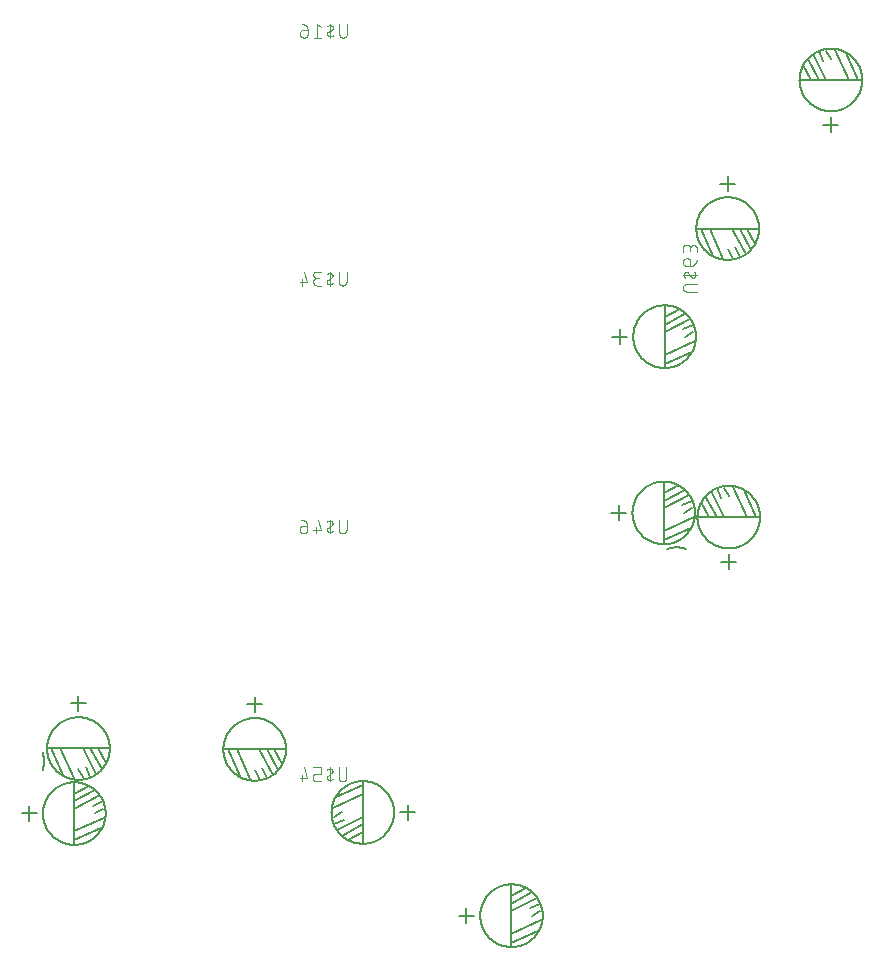
<source format=gbr>
G04 EAGLE Gerber X2 export*
%TF.Part,Single*%
%TF.FileFunction,Legend,Bot,1*%
%TF.FilePolarity,Positive*%
%TF.GenerationSoftware,Autodesk,EAGLE,9.2.2*%
%TF.CreationDate,2019-03-12T14:11:56Z*%
G75*
%MOMM*%
%FSLAX34Y34*%
%LPD*%
%INSilkscreen Bottom*%
%AMOC8*
5,1,8,0,0,1.08239X$1,22.5*%
G01*
%ADD10C,0.101600*%
%ADD11C,0.127000*%
%ADD12C,0.152400*%


D10*
X387600Y947426D02*
X387600Y938988D01*
X387598Y938875D01*
X387592Y938762D01*
X387582Y938649D01*
X387568Y938536D01*
X387551Y938424D01*
X387529Y938313D01*
X387504Y938203D01*
X387474Y938093D01*
X387441Y937985D01*
X387404Y937878D01*
X387364Y937772D01*
X387319Y937668D01*
X387271Y937565D01*
X387220Y937464D01*
X387165Y937365D01*
X387107Y937268D01*
X387045Y937173D01*
X386980Y937080D01*
X386912Y936990D01*
X386841Y936902D01*
X386766Y936816D01*
X386689Y936733D01*
X386609Y936653D01*
X386526Y936576D01*
X386440Y936501D01*
X386352Y936430D01*
X386262Y936362D01*
X386169Y936297D01*
X386074Y936235D01*
X385977Y936177D01*
X385878Y936122D01*
X385777Y936071D01*
X385674Y936023D01*
X385570Y935978D01*
X385464Y935938D01*
X385357Y935901D01*
X385249Y935868D01*
X385139Y935838D01*
X385029Y935813D01*
X384918Y935791D01*
X384806Y935774D01*
X384693Y935760D01*
X384580Y935750D01*
X384467Y935744D01*
X384354Y935742D01*
X384241Y935744D01*
X384128Y935750D01*
X384015Y935760D01*
X383902Y935774D01*
X383790Y935791D01*
X383679Y935813D01*
X383569Y935838D01*
X383459Y935868D01*
X383351Y935901D01*
X383244Y935938D01*
X383138Y935978D01*
X383034Y936023D01*
X382931Y936071D01*
X382830Y936122D01*
X382731Y936177D01*
X382634Y936235D01*
X382539Y936297D01*
X382446Y936362D01*
X382356Y936430D01*
X382268Y936501D01*
X382182Y936576D01*
X382099Y936653D01*
X382019Y936733D01*
X381942Y936816D01*
X381867Y936902D01*
X381796Y936990D01*
X381728Y937080D01*
X381663Y937173D01*
X381601Y937268D01*
X381543Y937365D01*
X381488Y937464D01*
X381437Y937565D01*
X381389Y937668D01*
X381344Y937772D01*
X381304Y937878D01*
X381267Y937985D01*
X381234Y938093D01*
X381204Y938203D01*
X381179Y938313D01*
X381157Y938424D01*
X381140Y938536D01*
X381126Y938649D01*
X381116Y938762D01*
X381110Y938875D01*
X381108Y938988D01*
X381109Y938988D02*
X381109Y947426D01*
X373305Y947426D02*
X373305Y935742D01*
X373305Y941584D02*
X374928Y942558D01*
X374928Y942557D02*
X375001Y942604D01*
X375072Y942653D01*
X375142Y942706D01*
X375208Y942762D01*
X375272Y942821D01*
X375334Y942882D01*
X375392Y942946D01*
X375448Y943013D01*
X375500Y943082D01*
X375550Y943154D01*
X375596Y943228D01*
X375639Y943303D01*
X375678Y943381D01*
X375714Y943460D01*
X375746Y943541D01*
X375775Y943623D01*
X375800Y943706D01*
X375821Y943790D01*
X375838Y943875D01*
X375852Y943961D01*
X375861Y944047D01*
X375867Y944134D01*
X375869Y944221D01*
X375867Y944308D01*
X375861Y944395D01*
X375851Y944481D01*
X375838Y944567D01*
X375820Y944652D01*
X375799Y944736D01*
X375774Y944819D01*
X375745Y944902D01*
X375713Y944982D01*
X375677Y945061D01*
X375638Y945139D01*
X375595Y945214D01*
X375548Y945288D01*
X375499Y945359D01*
X375446Y945429D01*
X375391Y945495D01*
X375332Y945559D01*
X375271Y945621D01*
X375206Y945680D01*
X375140Y945735D01*
X375071Y945788D01*
X374999Y945838D01*
X374926Y945884D01*
X374850Y945927D01*
X374773Y945966D01*
X374694Y946002D01*
X374613Y946035D01*
X374531Y946063D01*
X374448Y946089D01*
X374364Y946110D01*
X374278Y946127D01*
X374278Y946128D02*
X374138Y946152D01*
X373996Y946172D01*
X373855Y946188D01*
X373713Y946199D01*
X373570Y946207D01*
X373428Y946211D01*
X373285Y946212D01*
X373142Y946208D01*
X373000Y946200D01*
X372858Y946188D01*
X372716Y946172D01*
X372575Y946153D01*
X372434Y946129D01*
X372294Y946102D01*
X372155Y946070D01*
X372017Y946035D01*
X371879Y945996D01*
X371743Y945953D01*
X371609Y945907D01*
X371475Y945856D01*
X371343Y945803D01*
X371213Y945745D01*
X371084Y945684D01*
X370957Y945619D01*
X370831Y945551D01*
X370708Y945479D01*
X373305Y941584D02*
X371682Y940610D01*
X371682Y940611D02*
X371609Y940564D01*
X371538Y940515D01*
X371468Y940462D01*
X371402Y940406D01*
X371338Y940347D01*
X371276Y940286D01*
X371218Y940222D01*
X371162Y940155D01*
X371110Y940086D01*
X371060Y940014D01*
X371014Y939940D01*
X370971Y939865D01*
X370932Y939787D01*
X370896Y939708D01*
X370864Y939627D01*
X370835Y939545D01*
X370810Y939462D01*
X370789Y939378D01*
X370772Y939293D01*
X370758Y939207D01*
X370749Y939121D01*
X370743Y939034D01*
X370741Y938947D01*
X370743Y938860D01*
X370749Y938773D01*
X370759Y938687D01*
X370772Y938601D01*
X370790Y938516D01*
X370811Y938432D01*
X370836Y938349D01*
X370865Y938266D01*
X370897Y938186D01*
X370933Y938107D01*
X370972Y938029D01*
X371015Y937954D01*
X371062Y937880D01*
X371111Y937809D01*
X371164Y937739D01*
X371219Y937673D01*
X371278Y937609D01*
X371339Y937547D01*
X371404Y937488D01*
X371470Y937433D01*
X371539Y937380D01*
X371611Y937330D01*
X371684Y937284D01*
X371760Y937241D01*
X371837Y937202D01*
X371916Y937166D01*
X371997Y937133D01*
X372079Y937105D01*
X372162Y937079D01*
X372246Y937058D01*
X372331Y937041D01*
X372332Y937040D02*
X372472Y937016D01*
X372614Y936996D01*
X372755Y936980D01*
X372897Y936969D01*
X373040Y936961D01*
X373182Y936957D01*
X373325Y936956D01*
X373468Y936960D01*
X373610Y936968D01*
X373752Y936980D01*
X373894Y936996D01*
X374035Y937015D01*
X374176Y937039D01*
X374316Y937066D01*
X374455Y937098D01*
X374593Y937133D01*
X374731Y937172D01*
X374867Y937215D01*
X375001Y937261D01*
X375135Y937312D01*
X375267Y937365D01*
X375398Y937423D01*
X375526Y937484D01*
X375653Y937549D01*
X375779Y937617D01*
X375902Y937689D01*
X365883Y944830D02*
X362637Y947426D01*
X362637Y935742D01*
X359392Y935742D02*
X365883Y935742D01*
X354453Y942233D02*
X350558Y942233D01*
X350459Y942231D01*
X350359Y942225D01*
X350260Y942216D01*
X350162Y942203D01*
X350064Y942186D01*
X349966Y942165D01*
X349870Y942140D01*
X349775Y942112D01*
X349681Y942080D01*
X349588Y942045D01*
X349496Y942006D01*
X349406Y941963D01*
X349318Y941918D01*
X349231Y941868D01*
X349147Y941816D01*
X349064Y941760D01*
X348984Y941702D01*
X348906Y941640D01*
X348831Y941575D01*
X348758Y941507D01*
X348688Y941437D01*
X348620Y941364D01*
X348555Y941289D01*
X348493Y941211D01*
X348435Y941131D01*
X348379Y941048D01*
X348327Y940964D01*
X348277Y940877D01*
X348232Y940789D01*
X348189Y940699D01*
X348150Y940607D01*
X348115Y940514D01*
X348083Y940420D01*
X348055Y940325D01*
X348030Y940229D01*
X348009Y940131D01*
X347992Y940033D01*
X347979Y939935D01*
X347970Y939836D01*
X347964Y939736D01*
X347962Y939637D01*
X347962Y938988D01*
X347961Y938988D02*
X347963Y938875D01*
X347969Y938762D01*
X347979Y938649D01*
X347993Y938536D01*
X348010Y938424D01*
X348032Y938313D01*
X348057Y938203D01*
X348087Y938093D01*
X348120Y937985D01*
X348157Y937878D01*
X348197Y937772D01*
X348242Y937668D01*
X348290Y937565D01*
X348341Y937464D01*
X348396Y937365D01*
X348454Y937268D01*
X348516Y937173D01*
X348581Y937080D01*
X348649Y936990D01*
X348720Y936902D01*
X348795Y936816D01*
X348872Y936733D01*
X348952Y936653D01*
X349035Y936576D01*
X349121Y936501D01*
X349209Y936430D01*
X349299Y936362D01*
X349392Y936297D01*
X349487Y936235D01*
X349584Y936177D01*
X349683Y936122D01*
X349784Y936071D01*
X349887Y936023D01*
X349991Y935978D01*
X350097Y935938D01*
X350204Y935901D01*
X350312Y935868D01*
X350422Y935838D01*
X350532Y935813D01*
X350643Y935791D01*
X350755Y935774D01*
X350868Y935760D01*
X350981Y935750D01*
X351094Y935744D01*
X351207Y935742D01*
X351320Y935744D01*
X351433Y935750D01*
X351546Y935760D01*
X351659Y935774D01*
X351771Y935791D01*
X351882Y935813D01*
X351992Y935838D01*
X352102Y935868D01*
X352210Y935901D01*
X352317Y935938D01*
X352423Y935978D01*
X352527Y936023D01*
X352630Y936071D01*
X352731Y936122D01*
X352830Y936177D01*
X352927Y936235D01*
X353022Y936297D01*
X353115Y936362D01*
X353205Y936430D01*
X353293Y936501D01*
X353379Y936576D01*
X353462Y936653D01*
X353542Y936733D01*
X353619Y936816D01*
X353694Y936902D01*
X353765Y936990D01*
X353833Y937080D01*
X353898Y937173D01*
X353960Y937268D01*
X354018Y937365D01*
X354073Y937464D01*
X354124Y937565D01*
X354172Y937668D01*
X354217Y937772D01*
X354257Y937878D01*
X354294Y937985D01*
X354327Y938093D01*
X354357Y938203D01*
X354382Y938313D01*
X354404Y938424D01*
X354421Y938536D01*
X354435Y938649D01*
X354445Y938762D01*
X354451Y938875D01*
X354453Y938988D01*
X354453Y942233D01*
X354451Y942376D01*
X354445Y942519D01*
X354435Y942662D01*
X354421Y942804D01*
X354404Y942946D01*
X354382Y943088D01*
X354357Y943229D01*
X354327Y943369D01*
X354294Y943508D01*
X354257Y943646D01*
X354216Y943783D01*
X354172Y943919D01*
X354123Y944054D01*
X354071Y944187D01*
X354016Y944319D01*
X353956Y944449D01*
X353893Y944578D01*
X353827Y944705D01*
X353757Y944830D01*
X353684Y944952D01*
X353607Y945073D01*
X353527Y945192D01*
X353444Y945308D01*
X353358Y945423D01*
X353269Y945534D01*
X353176Y945644D01*
X353081Y945750D01*
X352982Y945854D01*
X352881Y945955D01*
X352777Y946054D01*
X352671Y946149D01*
X352561Y946242D01*
X352450Y946331D01*
X352335Y946417D01*
X352219Y946500D01*
X352100Y946580D01*
X351979Y946657D01*
X351857Y946730D01*
X351732Y946800D01*
X351605Y946866D01*
X351476Y946929D01*
X351346Y946989D01*
X351214Y947044D01*
X351081Y947096D01*
X350946Y947145D01*
X350810Y947189D01*
X350673Y947230D01*
X350535Y947267D01*
X350396Y947300D01*
X350256Y947330D01*
X350115Y947355D01*
X349973Y947377D01*
X349831Y947394D01*
X349689Y947408D01*
X349546Y947418D01*
X349403Y947424D01*
X349260Y947426D01*
X387307Y737580D02*
X387307Y729142D01*
X387305Y729029D01*
X387299Y728916D01*
X387289Y728803D01*
X387275Y728690D01*
X387258Y728578D01*
X387236Y728467D01*
X387211Y728357D01*
X387181Y728247D01*
X387148Y728139D01*
X387111Y728032D01*
X387071Y727926D01*
X387026Y727822D01*
X386978Y727719D01*
X386927Y727618D01*
X386872Y727519D01*
X386814Y727422D01*
X386752Y727327D01*
X386687Y727234D01*
X386619Y727144D01*
X386548Y727056D01*
X386473Y726970D01*
X386396Y726887D01*
X386316Y726807D01*
X386233Y726730D01*
X386147Y726655D01*
X386059Y726584D01*
X385969Y726516D01*
X385876Y726451D01*
X385781Y726389D01*
X385684Y726331D01*
X385585Y726276D01*
X385484Y726225D01*
X385381Y726177D01*
X385277Y726132D01*
X385171Y726092D01*
X385064Y726055D01*
X384956Y726022D01*
X384846Y725992D01*
X384736Y725967D01*
X384625Y725945D01*
X384513Y725928D01*
X384400Y725914D01*
X384287Y725904D01*
X384174Y725898D01*
X384061Y725896D01*
X383948Y725898D01*
X383835Y725904D01*
X383722Y725914D01*
X383609Y725928D01*
X383497Y725945D01*
X383386Y725967D01*
X383276Y725992D01*
X383166Y726022D01*
X383058Y726055D01*
X382951Y726092D01*
X382845Y726132D01*
X382741Y726177D01*
X382638Y726225D01*
X382537Y726276D01*
X382438Y726331D01*
X382341Y726389D01*
X382246Y726451D01*
X382153Y726516D01*
X382063Y726584D01*
X381975Y726655D01*
X381889Y726730D01*
X381806Y726807D01*
X381726Y726887D01*
X381649Y726970D01*
X381574Y727056D01*
X381503Y727144D01*
X381435Y727234D01*
X381370Y727327D01*
X381308Y727422D01*
X381250Y727519D01*
X381195Y727618D01*
X381144Y727719D01*
X381096Y727822D01*
X381051Y727926D01*
X381011Y728032D01*
X380974Y728139D01*
X380941Y728247D01*
X380911Y728357D01*
X380886Y728467D01*
X380864Y728578D01*
X380847Y728690D01*
X380833Y728803D01*
X380823Y728916D01*
X380817Y729029D01*
X380815Y729142D01*
X380816Y729142D02*
X380816Y737580D01*
X373012Y737580D02*
X373012Y725896D01*
X373012Y731738D02*
X374635Y732712D01*
X374708Y732759D01*
X374779Y732808D01*
X374849Y732861D01*
X374915Y732917D01*
X374979Y732976D01*
X375041Y733037D01*
X375099Y733101D01*
X375155Y733168D01*
X375207Y733237D01*
X375257Y733309D01*
X375303Y733383D01*
X375346Y733458D01*
X375385Y733536D01*
X375421Y733615D01*
X375453Y733696D01*
X375482Y733778D01*
X375507Y733861D01*
X375528Y733945D01*
X375545Y734030D01*
X375559Y734116D01*
X375568Y734202D01*
X375574Y734289D01*
X375576Y734376D01*
X375574Y734463D01*
X375568Y734550D01*
X375558Y734636D01*
X375545Y734722D01*
X375527Y734807D01*
X375506Y734891D01*
X375481Y734974D01*
X375452Y735057D01*
X375420Y735137D01*
X375384Y735216D01*
X375345Y735294D01*
X375302Y735369D01*
X375255Y735443D01*
X375206Y735514D01*
X375153Y735584D01*
X375098Y735650D01*
X375039Y735714D01*
X374978Y735776D01*
X374913Y735835D01*
X374847Y735890D01*
X374778Y735943D01*
X374706Y735993D01*
X374633Y736039D01*
X374557Y736082D01*
X374480Y736121D01*
X374401Y736157D01*
X374320Y736190D01*
X374238Y736218D01*
X374155Y736244D01*
X374071Y736265D01*
X373985Y736282D01*
X373986Y736282D02*
X373846Y736306D01*
X373704Y736326D01*
X373563Y736342D01*
X373421Y736353D01*
X373278Y736361D01*
X373136Y736365D01*
X372993Y736366D01*
X372850Y736362D01*
X372708Y736354D01*
X372566Y736342D01*
X372424Y736326D01*
X372283Y736307D01*
X372142Y736283D01*
X372002Y736256D01*
X371863Y736224D01*
X371725Y736189D01*
X371587Y736150D01*
X371451Y736107D01*
X371317Y736061D01*
X371183Y736010D01*
X371051Y735957D01*
X370921Y735899D01*
X370792Y735838D01*
X370665Y735773D01*
X370539Y735705D01*
X370416Y735633D01*
X373012Y731738D02*
X371389Y730765D01*
X371316Y730718D01*
X371245Y730669D01*
X371175Y730616D01*
X371109Y730560D01*
X371045Y730501D01*
X370983Y730440D01*
X370925Y730376D01*
X370869Y730309D01*
X370817Y730240D01*
X370767Y730168D01*
X370721Y730094D01*
X370678Y730019D01*
X370639Y729941D01*
X370603Y729862D01*
X370571Y729781D01*
X370542Y729699D01*
X370517Y729616D01*
X370496Y729532D01*
X370479Y729447D01*
X370465Y729361D01*
X370456Y729275D01*
X370450Y729188D01*
X370448Y729101D01*
X370450Y729014D01*
X370456Y728927D01*
X370466Y728841D01*
X370479Y728755D01*
X370497Y728670D01*
X370518Y728586D01*
X370543Y728503D01*
X370572Y728420D01*
X370604Y728340D01*
X370640Y728261D01*
X370679Y728183D01*
X370722Y728108D01*
X370769Y728034D01*
X370818Y727963D01*
X370871Y727893D01*
X370926Y727827D01*
X370985Y727763D01*
X371046Y727701D01*
X371111Y727642D01*
X371177Y727587D01*
X371246Y727534D01*
X371318Y727484D01*
X371391Y727438D01*
X371467Y727395D01*
X371544Y727356D01*
X371623Y727320D01*
X371704Y727287D01*
X371786Y727259D01*
X371869Y727233D01*
X371953Y727212D01*
X372038Y727195D01*
X372039Y727194D02*
X372179Y727170D01*
X372321Y727150D01*
X372462Y727134D01*
X372604Y727123D01*
X372747Y727115D01*
X372889Y727111D01*
X373032Y727110D01*
X373175Y727114D01*
X373317Y727122D01*
X373459Y727134D01*
X373601Y727150D01*
X373742Y727169D01*
X373883Y727193D01*
X374023Y727220D01*
X374162Y727252D01*
X374300Y727287D01*
X374438Y727326D01*
X374574Y727369D01*
X374708Y727415D01*
X374842Y727466D01*
X374974Y727519D01*
X375105Y727577D01*
X375233Y727638D01*
X375360Y727703D01*
X375486Y727771D01*
X375609Y727843D01*
X365590Y725896D02*
X362344Y725896D01*
X362231Y725898D01*
X362118Y725904D01*
X362005Y725914D01*
X361892Y725928D01*
X361780Y725945D01*
X361669Y725967D01*
X361559Y725992D01*
X361449Y726022D01*
X361341Y726055D01*
X361234Y726092D01*
X361128Y726132D01*
X361024Y726177D01*
X360921Y726225D01*
X360820Y726276D01*
X360721Y726331D01*
X360624Y726389D01*
X360529Y726451D01*
X360436Y726516D01*
X360346Y726584D01*
X360258Y726655D01*
X360172Y726730D01*
X360089Y726807D01*
X360009Y726887D01*
X359932Y726970D01*
X359857Y727056D01*
X359786Y727144D01*
X359718Y727234D01*
X359653Y727327D01*
X359591Y727422D01*
X359533Y727519D01*
X359478Y727618D01*
X359427Y727719D01*
X359379Y727822D01*
X359334Y727926D01*
X359294Y728032D01*
X359257Y728139D01*
X359224Y728247D01*
X359194Y728357D01*
X359169Y728467D01*
X359147Y728578D01*
X359130Y728690D01*
X359116Y728803D01*
X359106Y728916D01*
X359100Y729029D01*
X359098Y729142D01*
X359100Y729255D01*
X359106Y729368D01*
X359116Y729481D01*
X359130Y729594D01*
X359147Y729706D01*
X359169Y729817D01*
X359194Y729927D01*
X359224Y730037D01*
X359257Y730145D01*
X359294Y730252D01*
X359334Y730358D01*
X359379Y730462D01*
X359427Y730565D01*
X359478Y730666D01*
X359533Y730765D01*
X359591Y730862D01*
X359653Y730957D01*
X359718Y731050D01*
X359786Y731140D01*
X359857Y731228D01*
X359932Y731314D01*
X360009Y731397D01*
X360089Y731477D01*
X360172Y731554D01*
X360258Y731629D01*
X360346Y731700D01*
X360436Y731768D01*
X360529Y731833D01*
X360624Y731895D01*
X360721Y731953D01*
X360820Y732008D01*
X360921Y732059D01*
X361024Y732107D01*
X361128Y732152D01*
X361234Y732192D01*
X361341Y732229D01*
X361449Y732262D01*
X361559Y732292D01*
X361669Y732317D01*
X361780Y732339D01*
X361892Y732356D01*
X362005Y732370D01*
X362118Y732380D01*
X362231Y732386D01*
X362344Y732388D01*
X361695Y737580D02*
X365590Y737580D01*
X361695Y737580D02*
X361594Y737578D01*
X361494Y737572D01*
X361394Y737562D01*
X361294Y737549D01*
X361195Y737531D01*
X361096Y737510D01*
X360999Y737485D01*
X360902Y737456D01*
X360807Y737423D01*
X360713Y737387D01*
X360621Y737347D01*
X360530Y737304D01*
X360441Y737257D01*
X360354Y737207D01*
X360268Y737153D01*
X360185Y737096D01*
X360105Y737036D01*
X360026Y736973D01*
X359950Y736906D01*
X359877Y736837D01*
X359807Y736765D01*
X359739Y736691D01*
X359674Y736614D01*
X359613Y736534D01*
X359554Y736452D01*
X359499Y736368D01*
X359447Y736282D01*
X359398Y736194D01*
X359353Y736104D01*
X359311Y736012D01*
X359273Y735919D01*
X359239Y735824D01*
X359208Y735729D01*
X359181Y735632D01*
X359158Y735534D01*
X359138Y735435D01*
X359123Y735335D01*
X359111Y735235D01*
X359103Y735135D01*
X359099Y735034D01*
X359099Y734934D01*
X359103Y734833D01*
X359111Y734733D01*
X359123Y734633D01*
X359138Y734533D01*
X359158Y734434D01*
X359181Y734336D01*
X359208Y734239D01*
X359239Y734144D01*
X359273Y734049D01*
X359311Y733956D01*
X359353Y733864D01*
X359398Y733774D01*
X359447Y733686D01*
X359499Y733600D01*
X359554Y733516D01*
X359613Y733434D01*
X359674Y733354D01*
X359739Y733277D01*
X359807Y733203D01*
X359877Y733131D01*
X359950Y733062D01*
X360026Y732995D01*
X360105Y732932D01*
X360185Y732872D01*
X360268Y732815D01*
X360354Y732761D01*
X360441Y732711D01*
X360530Y732664D01*
X360621Y732621D01*
X360713Y732581D01*
X360807Y732545D01*
X360902Y732512D01*
X360999Y732483D01*
X361096Y732458D01*
X361195Y732437D01*
X361294Y732419D01*
X361394Y732406D01*
X361494Y732396D01*
X361594Y732390D01*
X361695Y732388D01*
X361695Y732387D02*
X364292Y732387D01*
X354160Y728493D02*
X351563Y737580D01*
X354160Y728493D02*
X347669Y728493D01*
X349616Y731089D02*
X349616Y725896D01*
X387306Y527703D02*
X387306Y519265D01*
X387307Y519265D02*
X387305Y519152D01*
X387299Y519039D01*
X387289Y518926D01*
X387275Y518813D01*
X387258Y518701D01*
X387236Y518590D01*
X387211Y518480D01*
X387181Y518370D01*
X387148Y518262D01*
X387111Y518155D01*
X387071Y518049D01*
X387026Y517945D01*
X386978Y517842D01*
X386927Y517741D01*
X386872Y517642D01*
X386814Y517545D01*
X386752Y517450D01*
X386687Y517357D01*
X386619Y517267D01*
X386548Y517179D01*
X386473Y517093D01*
X386396Y517010D01*
X386316Y516930D01*
X386233Y516853D01*
X386147Y516778D01*
X386059Y516707D01*
X385969Y516639D01*
X385876Y516574D01*
X385781Y516512D01*
X385684Y516454D01*
X385585Y516399D01*
X385484Y516348D01*
X385381Y516300D01*
X385277Y516255D01*
X385171Y516215D01*
X385064Y516178D01*
X384956Y516145D01*
X384846Y516115D01*
X384736Y516090D01*
X384625Y516068D01*
X384513Y516051D01*
X384400Y516037D01*
X384287Y516027D01*
X384174Y516021D01*
X384061Y516019D01*
X383948Y516021D01*
X383835Y516027D01*
X383722Y516037D01*
X383609Y516051D01*
X383497Y516068D01*
X383386Y516090D01*
X383276Y516115D01*
X383166Y516145D01*
X383058Y516178D01*
X382951Y516215D01*
X382845Y516255D01*
X382741Y516300D01*
X382638Y516348D01*
X382537Y516399D01*
X382438Y516454D01*
X382341Y516512D01*
X382246Y516574D01*
X382153Y516639D01*
X382063Y516707D01*
X381975Y516778D01*
X381889Y516853D01*
X381806Y516930D01*
X381726Y517010D01*
X381649Y517093D01*
X381574Y517179D01*
X381503Y517267D01*
X381435Y517357D01*
X381370Y517450D01*
X381308Y517545D01*
X381250Y517642D01*
X381195Y517741D01*
X381144Y517842D01*
X381096Y517945D01*
X381051Y518049D01*
X381011Y518155D01*
X380974Y518262D01*
X380941Y518370D01*
X380911Y518480D01*
X380886Y518590D01*
X380864Y518701D01*
X380847Y518813D01*
X380833Y518926D01*
X380823Y519039D01*
X380817Y519152D01*
X380815Y519265D01*
X380815Y527703D01*
X373012Y527703D02*
X373012Y516019D01*
X373012Y521861D02*
X374635Y522835D01*
X374635Y522834D02*
X374708Y522881D01*
X374779Y522930D01*
X374849Y522983D01*
X374915Y523039D01*
X374979Y523098D01*
X375041Y523159D01*
X375099Y523223D01*
X375155Y523290D01*
X375207Y523359D01*
X375257Y523431D01*
X375303Y523505D01*
X375346Y523580D01*
X375385Y523658D01*
X375421Y523737D01*
X375453Y523818D01*
X375482Y523900D01*
X375507Y523983D01*
X375528Y524067D01*
X375545Y524152D01*
X375559Y524238D01*
X375568Y524324D01*
X375574Y524411D01*
X375576Y524498D01*
X375574Y524585D01*
X375568Y524672D01*
X375558Y524758D01*
X375545Y524844D01*
X375527Y524929D01*
X375506Y525013D01*
X375481Y525096D01*
X375452Y525179D01*
X375420Y525259D01*
X375384Y525338D01*
X375345Y525416D01*
X375302Y525491D01*
X375255Y525565D01*
X375206Y525636D01*
X375153Y525706D01*
X375098Y525772D01*
X375039Y525836D01*
X374978Y525898D01*
X374913Y525957D01*
X374847Y526012D01*
X374778Y526065D01*
X374706Y526115D01*
X374633Y526161D01*
X374557Y526204D01*
X374480Y526243D01*
X374401Y526279D01*
X374320Y526312D01*
X374238Y526340D01*
X374155Y526366D01*
X374071Y526387D01*
X373985Y526404D01*
X373985Y526405D02*
X373845Y526429D01*
X373703Y526449D01*
X373562Y526465D01*
X373420Y526476D01*
X373277Y526484D01*
X373135Y526488D01*
X372992Y526489D01*
X372849Y526485D01*
X372707Y526477D01*
X372565Y526465D01*
X372423Y526449D01*
X372282Y526430D01*
X372141Y526406D01*
X372001Y526379D01*
X371862Y526347D01*
X371724Y526312D01*
X371586Y526273D01*
X371450Y526230D01*
X371316Y526184D01*
X371182Y526133D01*
X371050Y526080D01*
X370920Y526022D01*
X370791Y525961D01*
X370664Y525896D01*
X370538Y525828D01*
X370415Y525756D01*
X373012Y521861D02*
X371389Y520887D01*
X371389Y520888D02*
X371316Y520841D01*
X371245Y520792D01*
X371175Y520739D01*
X371109Y520683D01*
X371045Y520624D01*
X370983Y520563D01*
X370925Y520499D01*
X370869Y520432D01*
X370817Y520363D01*
X370767Y520291D01*
X370721Y520217D01*
X370678Y520142D01*
X370639Y520064D01*
X370603Y519985D01*
X370571Y519904D01*
X370542Y519822D01*
X370517Y519739D01*
X370496Y519655D01*
X370479Y519570D01*
X370465Y519484D01*
X370456Y519398D01*
X370450Y519311D01*
X370448Y519224D01*
X370450Y519137D01*
X370456Y519050D01*
X370466Y518964D01*
X370479Y518878D01*
X370497Y518793D01*
X370518Y518709D01*
X370543Y518626D01*
X370572Y518543D01*
X370604Y518463D01*
X370640Y518384D01*
X370679Y518306D01*
X370722Y518231D01*
X370769Y518157D01*
X370818Y518086D01*
X370871Y518016D01*
X370926Y517950D01*
X370985Y517886D01*
X371046Y517824D01*
X371111Y517765D01*
X371177Y517710D01*
X371246Y517657D01*
X371318Y517607D01*
X371391Y517561D01*
X371467Y517518D01*
X371544Y517479D01*
X371623Y517443D01*
X371704Y517410D01*
X371786Y517382D01*
X371869Y517356D01*
X371953Y517335D01*
X372038Y517318D01*
X372038Y517317D02*
X372178Y517293D01*
X372320Y517273D01*
X372461Y517257D01*
X372603Y517246D01*
X372746Y517238D01*
X372888Y517234D01*
X373031Y517233D01*
X373174Y517237D01*
X373316Y517245D01*
X373458Y517257D01*
X373600Y517273D01*
X373741Y517292D01*
X373882Y517316D01*
X374022Y517343D01*
X374161Y517375D01*
X374299Y517410D01*
X374437Y517449D01*
X374573Y517492D01*
X374707Y517538D01*
X374841Y517589D01*
X374973Y517642D01*
X375104Y517700D01*
X375232Y517761D01*
X375359Y517826D01*
X375485Y517894D01*
X375608Y517966D01*
X365589Y518615D02*
X362993Y527703D01*
X365589Y518615D02*
X359098Y518615D01*
X361046Y516019D02*
X361046Y521212D01*
X354159Y522510D02*
X350265Y522510D01*
X350166Y522508D01*
X350066Y522502D01*
X349967Y522493D01*
X349869Y522480D01*
X349771Y522463D01*
X349673Y522442D01*
X349577Y522417D01*
X349482Y522389D01*
X349388Y522357D01*
X349295Y522322D01*
X349203Y522283D01*
X349113Y522240D01*
X349025Y522195D01*
X348938Y522145D01*
X348854Y522093D01*
X348771Y522037D01*
X348691Y521979D01*
X348613Y521917D01*
X348538Y521852D01*
X348465Y521784D01*
X348395Y521714D01*
X348327Y521641D01*
X348262Y521566D01*
X348200Y521488D01*
X348142Y521408D01*
X348086Y521325D01*
X348034Y521241D01*
X347984Y521154D01*
X347939Y521066D01*
X347896Y520976D01*
X347857Y520884D01*
X347822Y520791D01*
X347790Y520697D01*
X347762Y520602D01*
X347737Y520506D01*
X347716Y520408D01*
X347699Y520310D01*
X347686Y520212D01*
X347677Y520113D01*
X347671Y520013D01*
X347669Y519914D01*
X347668Y519914D02*
X347668Y519265D01*
X347670Y519152D01*
X347676Y519039D01*
X347686Y518926D01*
X347700Y518813D01*
X347717Y518701D01*
X347739Y518590D01*
X347764Y518480D01*
X347794Y518370D01*
X347827Y518262D01*
X347864Y518155D01*
X347904Y518049D01*
X347949Y517945D01*
X347997Y517842D01*
X348048Y517741D01*
X348103Y517642D01*
X348161Y517545D01*
X348223Y517450D01*
X348288Y517357D01*
X348356Y517267D01*
X348427Y517179D01*
X348502Y517093D01*
X348579Y517010D01*
X348659Y516930D01*
X348742Y516853D01*
X348828Y516778D01*
X348916Y516707D01*
X349006Y516639D01*
X349099Y516574D01*
X349194Y516512D01*
X349291Y516454D01*
X349390Y516399D01*
X349491Y516348D01*
X349594Y516300D01*
X349698Y516255D01*
X349804Y516215D01*
X349911Y516178D01*
X350019Y516145D01*
X350129Y516115D01*
X350239Y516090D01*
X350350Y516068D01*
X350462Y516051D01*
X350575Y516037D01*
X350688Y516027D01*
X350801Y516021D01*
X350914Y516019D01*
X351027Y516021D01*
X351140Y516027D01*
X351253Y516037D01*
X351366Y516051D01*
X351478Y516068D01*
X351589Y516090D01*
X351699Y516115D01*
X351809Y516145D01*
X351917Y516178D01*
X352024Y516215D01*
X352130Y516255D01*
X352234Y516300D01*
X352337Y516348D01*
X352438Y516399D01*
X352537Y516454D01*
X352634Y516512D01*
X352729Y516574D01*
X352822Y516639D01*
X352912Y516707D01*
X353000Y516778D01*
X353086Y516853D01*
X353169Y516930D01*
X353249Y517010D01*
X353326Y517093D01*
X353401Y517179D01*
X353472Y517267D01*
X353540Y517357D01*
X353605Y517450D01*
X353667Y517545D01*
X353725Y517642D01*
X353780Y517741D01*
X353831Y517842D01*
X353879Y517945D01*
X353924Y518049D01*
X353964Y518155D01*
X354001Y518262D01*
X354034Y518370D01*
X354064Y518480D01*
X354089Y518590D01*
X354111Y518701D01*
X354128Y518813D01*
X354142Y518926D01*
X354152Y519039D01*
X354158Y519152D01*
X354160Y519265D01*
X354159Y519265D02*
X354159Y522510D01*
X354157Y522653D01*
X354151Y522796D01*
X354141Y522939D01*
X354127Y523081D01*
X354110Y523223D01*
X354088Y523365D01*
X354063Y523506D01*
X354033Y523646D01*
X354000Y523785D01*
X353963Y523923D01*
X353922Y524060D01*
X353878Y524196D01*
X353829Y524331D01*
X353777Y524464D01*
X353722Y524596D01*
X353662Y524726D01*
X353599Y524855D01*
X353533Y524982D01*
X353463Y525107D01*
X353390Y525229D01*
X353313Y525350D01*
X353233Y525469D01*
X353150Y525585D01*
X353064Y525700D01*
X352975Y525811D01*
X352882Y525921D01*
X352787Y526027D01*
X352688Y526131D01*
X352587Y526232D01*
X352483Y526331D01*
X352377Y526426D01*
X352267Y526519D01*
X352156Y526608D01*
X352041Y526694D01*
X351925Y526777D01*
X351806Y526857D01*
X351685Y526934D01*
X351563Y527007D01*
X351438Y527077D01*
X351311Y527143D01*
X351182Y527206D01*
X351052Y527266D01*
X350920Y527321D01*
X350787Y527373D01*
X350652Y527422D01*
X350516Y527466D01*
X350379Y527507D01*
X350241Y527544D01*
X350102Y527577D01*
X349962Y527607D01*
X349821Y527632D01*
X349679Y527654D01*
X349537Y527671D01*
X349395Y527685D01*
X349252Y527695D01*
X349109Y527701D01*
X348966Y527703D01*
D11*
X374586Y279825D02*
X374594Y280475D01*
X374618Y281125D01*
X374658Y281774D01*
X374714Y282422D01*
X374785Y283069D01*
X374873Y283713D01*
X374976Y284355D01*
X375095Y284995D01*
X375230Y285631D01*
X375380Y286264D01*
X375546Y286893D01*
X375727Y287518D01*
X375924Y288138D01*
X376135Y288753D01*
X376362Y289362D01*
X376603Y289966D01*
X376859Y290564D01*
X377130Y291155D01*
X377416Y291740D01*
X377715Y292317D01*
X378029Y292887D01*
X378356Y293449D01*
X378697Y294002D01*
X379052Y294548D01*
X379420Y295084D01*
X379801Y295611D01*
X380195Y296129D01*
X380601Y296636D01*
X381020Y297134D01*
X381451Y297621D01*
X381893Y298098D01*
X382348Y298563D01*
X382813Y299018D01*
X383290Y299460D01*
X383777Y299891D01*
X384275Y300310D01*
X384782Y300716D01*
X385300Y301110D01*
X385827Y301491D01*
X386363Y301859D01*
X386909Y302214D01*
X387462Y302555D01*
X388024Y302882D01*
X388594Y303196D01*
X389171Y303495D01*
X389756Y303781D01*
X390347Y304052D01*
X390945Y304308D01*
X391549Y304549D01*
X392158Y304776D01*
X392773Y304987D01*
X393393Y305184D01*
X394018Y305365D01*
X394647Y305531D01*
X395280Y305681D01*
X395916Y305816D01*
X396556Y305935D01*
X397198Y306038D01*
X397842Y306126D01*
X398489Y306197D01*
X399137Y306253D01*
X399786Y306293D01*
X400436Y306317D01*
X401086Y306325D01*
X401736Y306317D01*
X402386Y306293D01*
X403035Y306253D01*
X403683Y306197D01*
X404330Y306126D01*
X404974Y306038D01*
X405616Y305935D01*
X406256Y305816D01*
X406892Y305681D01*
X407525Y305531D01*
X408154Y305365D01*
X408779Y305184D01*
X409399Y304987D01*
X410014Y304776D01*
X410623Y304549D01*
X411227Y304308D01*
X411825Y304052D01*
X412416Y303781D01*
X413001Y303495D01*
X413578Y303196D01*
X414148Y302882D01*
X414710Y302555D01*
X415263Y302214D01*
X415809Y301859D01*
X416345Y301491D01*
X416872Y301110D01*
X417390Y300716D01*
X417897Y300310D01*
X418395Y299891D01*
X418882Y299460D01*
X419359Y299018D01*
X419824Y298563D01*
X420279Y298098D01*
X420721Y297621D01*
X421152Y297134D01*
X421571Y296636D01*
X421977Y296129D01*
X422371Y295611D01*
X422752Y295084D01*
X423120Y294548D01*
X423475Y294002D01*
X423816Y293449D01*
X424143Y292887D01*
X424457Y292317D01*
X424756Y291740D01*
X425042Y291155D01*
X425313Y290564D01*
X425569Y289966D01*
X425810Y289362D01*
X426037Y288753D01*
X426248Y288138D01*
X426445Y287518D01*
X426626Y286893D01*
X426792Y286264D01*
X426942Y285631D01*
X427077Y284995D01*
X427196Y284355D01*
X427299Y283713D01*
X427387Y283069D01*
X427458Y282422D01*
X427514Y281774D01*
X427554Y281125D01*
X427578Y280475D01*
X427586Y279825D01*
X427578Y279175D01*
X427554Y278525D01*
X427514Y277876D01*
X427458Y277228D01*
X427387Y276581D01*
X427299Y275937D01*
X427196Y275295D01*
X427077Y274655D01*
X426942Y274019D01*
X426792Y273386D01*
X426626Y272757D01*
X426445Y272132D01*
X426248Y271512D01*
X426037Y270897D01*
X425810Y270288D01*
X425569Y269684D01*
X425313Y269086D01*
X425042Y268495D01*
X424756Y267910D01*
X424457Y267333D01*
X424143Y266763D01*
X423816Y266201D01*
X423475Y265648D01*
X423120Y265102D01*
X422752Y264566D01*
X422371Y264039D01*
X421977Y263521D01*
X421571Y263014D01*
X421152Y262516D01*
X420721Y262029D01*
X420279Y261552D01*
X419824Y261087D01*
X419359Y260632D01*
X418882Y260190D01*
X418395Y259759D01*
X417897Y259340D01*
X417390Y258934D01*
X416872Y258540D01*
X416345Y258159D01*
X415809Y257791D01*
X415263Y257436D01*
X414710Y257095D01*
X414148Y256768D01*
X413578Y256454D01*
X413001Y256155D01*
X412416Y255869D01*
X411825Y255598D01*
X411227Y255342D01*
X410623Y255101D01*
X410014Y254874D01*
X409399Y254663D01*
X408779Y254466D01*
X408154Y254285D01*
X407525Y254119D01*
X406892Y253969D01*
X406256Y253834D01*
X405616Y253715D01*
X404974Y253612D01*
X404330Y253524D01*
X403683Y253453D01*
X403035Y253397D01*
X402386Y253357D01*
X401736Y253333D01*
X401086Y253325D01*
X400436Y253333D01*
X399786Y253357D01*
X399137Y253397D01*
X398489Y253453D01*
X397842Y253524D01*
X397198Y253612D01*
X396556Y253715D01*
X395916Y253834D01*
X395280Y253969D01*
X394647Y254119D01*
X394018Y254285D01*
X393393Y254466D01*
X392773Y254663D01*
X392158Y254874D01*
X391549Y255101D01*
X390945Y255342D01*
X390347Y255598D01*
X389756Y255869D01*
X389171Y256155D01*
X388594Y256454D01*
X388024Y256768D01*
X387462Y257095D01*
X386909Y257436D01*
X386363Y257791D01*
X385827Y258159D01*
X385300Y258540D01*
X384782Y258934D01*
X384275Y259340D01*
X383777Y259759D01*
X383290Y260190D01*
X382813Y260632D01*
X382348Y261087D01*
X381893Y261552D01*
X381451Y262029D01*
X381020Y262516D01*
X380601Y263014D01*
X380195Y263521D01*
X379801Y264039D01*
X379420Y264566D01*
X379052Y265102D01*
X378697Y265648D01*
X378356Y266201D01*
X378029Y266763D01*
X377715Y267333D01*
X377416Y267910D01*
X377130Y268495D01*
X376859Y269086D01*
X376603Y269684D01*
X376362Y270288D01*
X376135Y270897D01*
X375924Y271512D01*
X375727Y272132D01*
X375546Y272757D01*
X375380Y273386D01*
X375230Y274019D01*
X375095Y274655D01*
X374976Y275295D01*
X374873Y275937D01*
X374785Y276581D01*
X374714Y277228D01*
X374658Y277876D01*
X374618Y278525D01*
X374594Y279175D01*
X374586Y279825D01*
X439186Y279825D02*
X445536Y279825D01*
X439186Y279825D02*
X432836Y279825D01*
X439186Y279825D02*
X439186Y273475D01*
X439186Y279825D02*
X439186Y286175D01*
X401086Y263315D02*
X401086Y253155D01*
X401086Y263315D02*
X401086Y269665D01*
X401086Y276015D01*
X401086Y295065D01*
X401086Y302685D01*
X401086Y306495D01*
X401086Y302685D02*
X378226Y292525D01*
X375686Y283635D02*
X401086Y295065D01*
X385211Y273475D02*
X376956Y269665D01*
X379496Y264585D02*
X401086Y276015D01*
X401086Y269665D02*
X383306Y260140D01*
X388386Y256330D02*
X401086Y263315D01*
X383586Y279825D02*
X376956Y276015D01*
X500463Y192424D02*
X500471Y193074D01*
X500495Y193724D01*
X500535Y194373D01*
X500591Y195021D01*
X500662Y195668D01*
X500750Y196312D01*
X500853Y196954D01*
X500972Y197594D01*
X501107Y198230D01*
X501257Y198863D01*
X501423Y199492D01*
X501604Y200117D01*
X501801Y200737D01*
X502012Y201352D01*
X502239Y201961D01*
X502480Y202565D01*
X502736Y203163D01*
X503007Y203754D01*
X503293Y204339D01*
X503592Y204916D01*
X503906Y205486D01*
X504233Y206048D01*
X504574Y206601D01*
X504929Y207147D01*
X505297Y207683D01*
X505678Y208210D01*
X506072Y208728D01*
X506478Y209235D01*
X506897Y209733D01*
X507328Y210220D01*
X507770Y210697D01*
X508225Y211162D01*
X508690Y211617D01*
X509167Y212059D01*
X509654Y212490D01*
X510152Y212909D01*
X510659Y213315D01*
X511177Y213709D01*
X511704Y214090D01*
X512240Y214458D01*
X512786Y214813D01*
X513339Y215154D01*
X513901Y215481D01*
X514471Y215795D01*
X515048Y216094D01*
X515633Y216380D01*
X516224Y216651D01*
X516822Y216907D01*
X517426Y217148D01*
X518035Y217375D01*
X518650Y217586D01*
X519270Y217783D01*
X519895Y217964D01*
X520524Y218130D01*
X521157Y218280D01*
X521793Y218415D01*
X522433Y218534D01*
X523075Y218637D01*
X523719Y218725D01*
X524366Y218796D01*
X525014Y218852D01*
X525663Y218892D01*
X526313Y218916D01*
X526963Y218924D01*
X527613Y218916D01*
X528263Y218892D01*
X528912Y218852D01*
X529560Y218796D01*
X530207Y218725D01*
X530851Y218637D01*
X531493Y218534D01*
X532133Y218415D01*
X532769Y218280D01*
X533402Y218130D01*
X534031Y217964D01*
X534656Y217783D01*
X535276Y217586D01*
X535891Y217375D01*
X536500Y217148D01*
X537104Y216907D01*
X537702Y216651D01*
X538293Y216380D01*
X538878Y216094D01*
X539455Y215795D01*
X540025Y215481D01*
X540587Y215154D01*
X541140Y214813D01*
X541686Y214458D01*
X542222Y214090D01*
X542749Y213709D01*
X543267Y213315D01*
X543774Y212909D01*
X544272Y212490D01*
X544759Y212059D01*
X545236Y211617D01*
X545701Y211162D01*
X546156Y210697D01*
X546598Y210220D01*
X547029Y209733D01*
X547448Y209235D01*
X547854Y208728D01*
X548248Y208210D01*
X548629Y207683D01*
X548997Y207147D01*
X549352Y206601D01*
X549693Y206048D01*
X550020Y205486D01*
X550334Y204916D01*
X550633Y204339D01*
X550919Y203754D01*
X551190Y203163D01*
X551446Y202565D01*
X551687Y201961D01*
X551914Y201352D01*
X552125Y200737D01*
X552322Y200117D01*
X552503Y199492D01*
X552669Y198863D01*
X552819Y198230D01*
X552954Y197594D01*
X553073Y196954D01*
X553176Y196312D01*
X553264Y195668D01*
X553335Y195021D01*
X553391Y194373D01*
X553431Y193724D01*
X553455Y193074D01*
X553463Y192424D01*
X553455Y191774D01*
X553431Y191124D01*
X553391Y190475D01*
X553335Y189827D01*
X553264Y189180D01*
X553176Y188536D01*
X553073Y187894D01*
X552954Y187254D01*
X552819Y186618D01*
X552669Y185985D01*
X552503Y185356D01*
X552322Y184731D01*
X552125Y184111D01*
X551914Y183496D01*
X551687Y182887D01*
X551446Y182283D01*
X551190Y181685D01*
X550919Y181094D01*
X550633Y180509D01*
X550334Y179932D01*
X550020Y179362D01*
X549693Y178800D01*
X549352Y178247D01*
X548997Y177701D01*
X548629Y177165D01*
X548248Y176638D01*
X547854Y176120D01*
X547448Y175613D01*
X547029Y175115D01*
X546598Y174628D01*
X546156Y174151D01*
X545701Y173686D01*
X545236Y173231D01*
X544759Y172789D01*
X544272Y172358D01*
X543774Y171939D01*
X543267Y171533D01*
X542749Y171139D01*
X542222Y170758D01*
X541686Y170390D01*
X541140Y170035D01*
X540587Y169694D01*
X540025Y169367D01*
X539455Y169053D01*
X538878Y168754D01*
X538293Y168468D01*
X537702Y168197D01*
X537104Y167941D01*
X536500Y167700D01*
X535891Y167473D01*
X535276Y167262D01*
X534656Y167065D01*
X534031Y166884D01*
X533402Y166718D01*
X532769Y166568D01*
X532133Y166433D01*
X531493Y166314D01*
X530851Y166211D01*
X530207Y166123D01*
X529560Y166052D01*
X528912Y165996D01*
X528263Y165956D01*
X527613Y165932D01*
X526963Y165924D01*
X526313Y165932D01*
X525663Y165956D01*
X525014Y165996D01*
X524366Y166052D01*
X523719Y166123D01*
X523075Y166211D01*
X522433Y166314D01*
X521793Y166433D01*
X521157Y166568D01*
X520524Y166718D01*
X519895Y166884D01*
X519270Y167065D01*
X518650Y167262D01*
X518035Y167473D01*
X517426Y167700D01*
X516822Y167941D01*
X516224Y168197D01*
X515633Y168468D01*
X515048Y168754D01*
X514471Y169053D01*
X513901Y169367D01*
X513339Y169694D01*
X512786Y170035D01*
X512240Y170390D01*
X511704Y170758D01*
X511177Y171139D01*
X510659Y171533D01*
X510152Y171939D01*
X509654Y172358D01*
X509167Y172789D01*
X508690Y173231D01*
X508225Y173686D01*
X507770Y174151D01*
X507328Y174628D01*
X506897Y175115D01*
X506478Y175613D01*
X506072Y176120D01*
X505678Y176638D01*
X505297Y177165D01*
X504929Y177701D01*
X504574Y178247D01*
X504233Y178800D01*
X503906Y179362D01*
X503592Y179932D01*
X503293Y180509D01*
X503007Y181094D01*
X502736Y181685D01*
X502480Y182283D01*
X502239Y182887D01*
X502012Y183496D01*
X501801Y184111D01*
X501604Y184731D01*
X501423Y185356D01*
X501257Y185985D01*
X501107Y186618D01*
X500972Y187254D01*
X500853Y187894D01*
X500750Y188536D01*
X500662Y189180D01*
X500591Y189827D01*
X500535Y190475D01*
X500495Y191124D01*
X500471Y191774D01*
X500463Y192424D01*
X488863Y192424D02*
X482513Y192424D01*
X488863Y192424D02*
X495213Y192424D01*
X488863Y192424D02*
X488863Y198774D01*
X488863Y192424D02*
X488863Y186074D01*
X526963Y208934D02*
X526963Y219094D01*
X526963Y208934D02*
X526963Y202584D01*
X526963Y196234D01*
X526963Y177184D01*
X526963Y169564D01*
X526963Y165754D01*
X526963Y169564D02*
X549823Y179724D01*
X552363Y188614D02*
X526963Y177184D01*
X542838Y198774D02*
X551093Y202584D01*
X548553Y207664D02*
X526963Y196234D01*
X526963Y202584D02*
X544743Y212109D01*
X539663Y215919D02*
X526963Y208934D01*
X544463Y192424D02*
X551093Y196234D01*
X283074Y333233D02*
X283082Y333883D01*
X283106Y334533D01*
X283146Y335182D01*
X283202Y335830D01*
X283273Y336477D01*
X283361Y337121D01*
X283464Y337763D01*
X283583Y338403D01*
X283718Y339039D01*
X283868Y339672D01*
X284034Y340301D01*
X284215Y340926D01*
X284412Y341546D01*
X284623Y342161D01*
X284850Y342770D01*
X285091Y343374D01*
X285347Y343972D01*
X285618Y344563D01*
X285904Y345148D01*
X286203Y345725D01*
X286517Y346295D01*
X286844Y346857D01*
X287185Y347410D01*
X287540Y347956D01*
X287908Y348492D01*
X288289Y349019D01*
X288683Y349537D01*
X289089Y350044D01*
X289508Y350542D01*
X289939Y351029D01*
X290381Y351506D01*
X290836Y351971D01*
X291301Y352426D01*
X291778Y352868D01*
X292265Y353299D01*
X292763Y353718D01*
X293270Y354124D01*
X293788Y354518D01*
X294315Y354899D01*
X294851Y355267D01*
X295397Y355622D01*
X295950Y355963D01*
X296512Y356290D01*
X297082Y356604D01*
X297659Y356903D01*
X298244Y357189D01*
X298835Y357460D01*
X299433Y357716D01*
X300037Y357957D01*
X300646Y358184D01*
X301261Y358395D01*
X301881Y358592D01*
X302506Y358773D01*
X303135Y358939D01*
X303768Y359089D01*
X304404Y359224D01*
X305044Y359343D01*
X305686Y359446D01*
X306330Y359534D01*
X306977Y359605D01*
X307625Y359661D01*
X308274Y359701D01*
X308924Y359725D01*
X309574Y359733D01*
X310224Y359725D01*
X310874Y359701D01*
X311523Y359661D01*
X312171Y359605D01*
X312818Y359534D01*
X313462Y359446D01*
X314104Y359343D01*
X314744Y359224D01*
X315380Y359089D01*
X316013Y358939D01*
X316642Y358773D01*
X317267Y358592D01*
X317887Y358395D01*
X318502Y358184D01*
X319111Y357957D01*
X319715Y357716D01*
X320313Y357460D01*
X320904Y357189D01*
X321489Y356903D01*
X322066Y356604D01*
X322636Y356290D01*
X323198Y355963D01*
X323751Y355622D01*
X324297Y355267D01*
X324833Y354899D01*
X325360Y354518D01*
X325878Y354124D01*
X326385Y353718D01*
X326883Y353299D01*
X327370Y352868D01*
X327847Y352426D01*
X328312Y351971D01*
X328767Y351506D01*
X329209Y351029D01*
X329640Y350542D01*
X330059Y350044D01*
X330465Y349537D01*
X330859Y349019D01*
X331240Y348492D01*
X331608Y347956D01*
X331963Y347410D01*
X332304Y346857D01*
X332631Y346295D01*
X332945Y345725D01*
X333244Y345148D01*
X333530Y344563D01*
X333801Y343972D01*
X334057Y343374D01*
X334298Y342770D01*
X334525Y342161D01*
X334736Y341546D01*
X334933Y340926D01*
X335114Y340301D01*
X335280Y339672D01*
X335430Y339039D01*
X335565Y338403D01*
X335684Y337763D01*
X335787Y337121D01*
X335875Y336477D01*
X335946Y335830D01*
X336002Y335182D01*
X336042Y334533D01*
X336066Y333883D01*
X336074Y333233D01*
X336066Y332583D01*
X336042Y331933D01*
X336002Y331284D01*
X335946Y330636D01*
X335875Y329989D01*
X335787Y329345D01*
X335684Y328703D01*
X335565Y328063D01*
X335430Y327427D01*
X335280Y326794D01*
X335114Y326165D01*
X334933Y325540D01*
X334736Y324920D01*
X334525Y324305D01*
X334298Y323696D01*
X334057Y323092D01*
X333801Y322494D01*
X333530Y321903D01*
X333244Y321318D01*
X332945Y320741D01*
X332631Y320171D01*
X332304Y319609D01*
X331963Y319056D01*
X331608Y318510D01*
X331240Y317974D01*
X330859Y317447D01*
X330465Y316929D01*
X330059Y316422D01*
X329640Y315924D01*
X329209Y315437D01*
X328767Y314960D01*
X328312Y314495D01*
X327847Y314040D01*
X327370Y313598D01*
X326883Y313167D01*
X326385Y312748D01*
X325878Y312342D01*
X325360Y311948D01*
X324833Y311567D01*
X324297Y311199D01*
X323751Y310844D01*
X323198Y310503D01*
X322636Y310176D01*
X322066Y309862D01*
X321489Y309563D01*
X320904Y309277D01*
X320313Y309006D01*
X319715Y308750D01*
X319111Y308509D01*
X318502Y308282D01*
X317887Y308071D01*
X317267Y307874D01*
X316642Y307693D01*
X316013Y307527D01*
X315380Y307377D01*
X314744Y307242D01*
X314104Y307123D01*
X313462Y307020D01*
X312818Y306932D01*
X312171Y306861D01*
X311523Y306805D01*
X310874Y306765D01*
X310224Y306741D01*
X309574Y306733D01*
X308924Y306741D01*
X308274Y306765D01*
X307625Y306805D01*
X306977Y306861D01*
X306330Y306932D01*
X305686Y307020D01*
X305044Y307123D01*
X304404Y307242D01*
X303768Y307377D01*
X303135Y307527D01*
X302506Y307693D01*
X301881Y307874D01*
X301261Y308071D01*
X300646Y308282D01*
X300037Y308509D01*
X299433Y308750D01*
X298835Y309006D01*
X298244Y309277D01*
X297659Y309563D01*
X297082Y309862D01*
X296512Y310176D01*
X295950Y310503D01*
X295397Y310844D01*
X294851Y311199D01*
X294315Y311567D01*
X293788Y311948D01*
X293270Y312342D01*
X292763Y312748D01*
X292265Y313167D01*
X291778Y313598D01*
X291301Y314040D01*
X290836Y314495D01*
X290381Y314960D01*
X289939Y315437D01*
X289508Y315924D01*
X289089Y316422D01*
X288683Y316929D01*
X288289Y317447D01*
X287908Y317974D01*
X287540Y318510D01*
X287185Y319056D01*
X286844Y319609D01*
X286517Y320171D01*
X286203Y320741D01*
X285904Y321318D01*
X285618Y321903D01*
X285347Y322494D01*
X285091Y323092D01*
X284850Y323696D01*
X284623Y324305D01*
X284412Y324920D01*
X284215Y325540D01*
X284034Y326165D01*
X283868Y326794D01*
X283718Y327427D01*
X283583Y328063D01*
X283464Y328703D01*
X283361Y329345D01*
X283273Y329989D01*
X283202Y330636D01*
X283146Y331284D01*
X283106Y331933D01*
X283082Y332583D01*
X283074Y333233D01*
X309574Y371333D02*
X309574Y377683D01*
X309574Y371333D02*
X309574Y364983D01*
X309574Y371333D02*
X315924Y371333D01*
X309574Y371333D02*
X303224Y371333D01*
X326084Y333233D02*
X336244Y333233D01*
X326084Y333233D02*
X319734Y333233D01*
X313384Y333233D01*
X294334Y333233D01*
X286714Y333233D01*
X282904Y333233D01*
X286714Y333233D02*
X296874Y310373D01*
X305764Y307833D02*
X294334Y333233D01*
X315924Y317358D02*
X319734Y309103D01*
X324814Y311643D02*
X313384Y333233D01*
X319734Y333233D02*
X329259Y315453D01*
X333069Y320533D02*
X326084Y333233D01*
X309574Y315733D02*
X313384Y309103D01*
D12*
X129967Y315328D02*
X130148Y315940D01*
X130314Y316557D01*
X130465Y317177D01*
X130602Y317801D01*
X130723Y318428D01*
X130830Y319057D01*
X130921Y319689D01*
X130997Y320323D01*
X131058Y320959D01*
X131104Y321596D01*
X131135Y322233D01*
X131150Y322872D01*
X131150Y323510D01*
X131135Y324149D01*
X131104Y324786D01*
X131058Y325423D01*
X130997Y326059D01*
X130921Y326693D01*
X130830Y327325D01*
X130723Y327954D01*
X130602Y328581D01*
X130465Y329205D01*
X130314Y329825D01*
X130148Y330442D01*
X129967Y331054D01*
D11*
X130337Y278918D02*
X130345Y279568D01*
X130369Y280218D01*
X130409Y280867D01*
X130465Y281515D01*
X130536Y282162D01*
X130624Y282806D01*
X130727Y283448D01*
X130846Y284088D01*
X130981Y284724D01*
X131131Y285357D01*
X131297Y285986D01*
X131478Y286611D01*
X131675Y287231D01*
X131886Y287846D01*
X132113Y288455D01*
X132354Y289059D01*
X132610Y289657D01*
X132881Y290248D01*
X133167Y290833D01*
X133466Y291410D01*
X133780Y291980D01*
X134107Y292542D01*
X134448Y293095D01*
X134803Y293641D01*
X135171Y294177D01*
X135552Y294704D01*
X135946Y295222D01*
X136352Y295729D01*
X136771Y296227D01*
X137202Y296714D01*
X137644Y297191D01*
X138099Y297656D01*
X138564Y298111D01*
X139041Y298553D01*
X139528Y298984D01*
X140026Y299403D01*
X140533Y299809D01*
X141051Y300203D01*
X141578Y300584D01*
X142114Y300952D01*
X142660Y301307D01*
X143213Y301648D01*
X143775Y301975D01*
X144345Y302289D01*
X144922Y302588D01*
X145507Y302874D01*
X146098Y303145D01*
X146696Y303401D01*
X147300Y303642D01*
X147909Y303869D01*
X148524Y304080D01*
X149144Y304277D01*
X149769Y304458D01*
X150398Y304624D01*
X151031Y304774D01*
X151667Y304909D01*
X152307Y305028D01*
X152949Y305131D01*
X153593Y305219D01*
X154240Y305290D01*
X154888Y305346D01*
X155537Y305386D01*
X156187Y305410D01*
X156837Y305418D01*
X157487Y305410D01*
X158137Y305386D01*
X158786Y305346D01*
X159434Y305290D01*
X160081Y305219D01*
X160725Y305131D01*
X161367Y305028D01*
X162007Y304909D01*
X162643Y304774D01*
X163276Y304624D01*
X163905Y304458D01*
X164530Y304277D01*
X165150Y304080D01*
X165765Y303869D01*
X166374Y303642D01*
X166978Y303401D01*
X167576Y303145D01*
X168167Y302874D01*
X168752Y302588D01*
X169329Y302289D01*
X169899Y301975D01*
X170461Y301648D01*
X171014Y301307D01*
X171560Y300952D01*
X172096Y300584D01*
X172623Y300203D01*
X173141Y299809D01*
X173648Y299403D01*
X174146Y298984D01*
X174633Y298553D01*
X175110Y298111D01*
X175575Y297656D01*
X176030Y297191D01*
X176472Y296714D01*
X176903Y296227D01*
X177322Y295729D01*
X177728Y295222D01*
X178122Y294704D01*
X178503Y294177D01*
X178871Y293641D01*
X179226Y293095D01*
X179567Y292542D01*
X179894Y291980D01*
X180208Y291410D01*
X180507Y290833D01*
X180793Y290248D01*
X181064Y289657D01*
X181320Y289059D01*
X181561Y288455D01*
X181788Y287846D01*
X181999Y287231D01*
X182196Y286611D01*
X182377Y285986D01*
X182543Y285357D01*
X182693Y284724D01*
X182828Y284088D01*
X182947Y283448D01*
X183050Y282806D01*
X183138Y282162D01*
X183209Y281515D01*
X183265Y280867D01*
X183305Y280218D01*
X183329Y279568D01*
X183337Y278918D01*
X183329Y278268D01*
X183305Y277618D01*
X183265Y276969D01*
X183209Y276321D01*
X183138Y275674D01*
X183050Y275030D01*
X182947Y274388D01*
X182828Y273748D01*
X182693Y273112D01*
X182543Y272479D01*
X182377Y271850D01*
X182196Y271225D01*
X181999Y270605D01*
X181788Y269990D01*
X181561Y269381D01*
X181320Y268777D01*
X181064Y268179D01*
X180793Y267588D01*
X180507Y267003D01*
X180208Y266426D01*
X179894Y265856D01*
X179567Y265294D01*
X179226Y264741D01*
X178871Y264195D01*
X178503Y263659D01*
X178122Y263132D01*
X177728Y262614D01*
X177322Y262107D01*
X176903Y261609D01*
X176472Y261122D01*
X176030Y260645D01*
X175575Y260180D01*
X175110Y259725D01*
X174633Y259283D01*
X174146Y258852D01*
X173648Y258433D01*
X173141Y258027D01*
X172623Y257633D01*
X172096Y257252D01*
X171560Y256884D01*
X171014Y256529D01*
X170461Y256188D01*
X169899Y255861D01*
X169329Y255547D01*
X168752Y255248D01*
X168167Y254962D01*
X167576Y254691D01*
X166978Y254435D01*
X166374Y254194D01*
X165765Y253967D01*
X165150Y253756D01*
X164530Y253559D01*
X163905Y253378D01*
X163276Y253212D01*
X162643Y253062D01*
X162007Y252927D01*
X161367Y252808D01*
X160725Y252705D01*
X160081Y252617D01*
X159434Y252546D01*
X158786Y252490D01*
X158137Y252450D01*
X157487Y252426D01*
X156837Y252418D01*
X156187Y252426D01*
X155537Y252450D01*
X154888Y252490D01*
X154240Y252546D01*
X153593Y252617D01*
X152949Y252705D01*
X152307Y252808D01*
X151667Y252927D01*
X151031Y253062D01*
X150398Y253212D01*
X149769Y253378D01*
X149144Y253559D01*
X148524Y253756D01*
X147909Y253967D01*
X147300Y254194D01*
X146696Y254435D01*
X146098Y254691D01*
X145507Y254962D01*
X144922Y255248D01*
X144345Y255547D01*
X143775Y255861D01*
X143213Y256188D01*
X142660Y256529D01*
X142114Y256884D01*
X141578Y257252D01*
X141051Y257633D01*
X140533Y258027D01*
X140026Y258433D01*
X139528Y258852D01*
X139041Y259283D01*
X138564Y259725D01*
X138099Y260180D01*
X137644Y260645D01*
X137202Y261122D01*
X136771Y261609D01*
X136352Y262107D01*
X135946Y262614D01*
X135552Y263132D01*
X135171Y263659D01*
X134803Y264195D01*
X134448Y264741D01*
X134107Y265294D01*
X133780Y265856D01*
X133466Y266426D01*
X133167Y267003D01*
X132881Y267588D01*
X132610Y268179D01*
X132354Y268777D01*
X132113Y269381D01*
X131886Y269990D01*
X131675Y270605D01*
X131478Y271225D01*
X131297Y271850D01*
X131131Y272479D01*
X130981Y273112D01*
X130846Y273748D01*
X130727Y274388D01*
X130624Y275030D01*
X130536Y275674D01*
X130465Y276321D01*
X130409Y276969D01*
X130369Y277618D01*
X130345Y278268D01*
X130337Y278918D01*
X118737Y278918D02*
X112387Y278918D01*
X118737Y278918D02*
X125087Y278918D01*
X118737Y278918D02*
X118737Y285268D01*
X118737Y278918D02*
X118737Y272568D01*
X156837Y295428D02*
X156837Y305588D01*
X156837Y295428D02*
X156837Y289078D01*
X156837Y282728D01*
X156837Y263678D01*
X156837Y256058D01*
X156837Y252248D01*
X156837Y256058D02*
X179697Y266218D01*
X182237Y275108D02*
X156837Y263678D01*
X172712Y285268D02*
X180967Y289078D01*
X178427Y294158D02*
X156837Y282728D01*
X156837Y289078D02*
X174617Y298603D01*
X169537Y302413D02*
X156837Y295428D01*
X174337Y278918D02*
X180967Y282728D01*
X133836Y333951D02*
X133844Y334601D01*
X133868Y335251D01*
X133908Y335900D01*
X133964Y336548D01*
X134035Y337195D01*
X134123Y337839D01*
X134226Y338481D01*
X134345Y339121D01*
X134480Y339757D01*
X134630Y340390D01*
X134796Y341019D01*
X134977Y341644D01*
X135174Y342264D01*
X135385Y342879D01*
X135612Y343488D01*
X135853Y344092D01*
X136109Y344690D01*
X136380Y345281D01*
X136666Y345866D01*
X136965Y346443D01*
X137279Y347013D01*
X137606Y347575D01*
X137947Y348128D01*
X138302Y348674D01*
X138670Y349210D01*
X139051Y349737D01*
X139445Y350255D01*
X139851Y350762D01*
X140270Y351260D01*
X140701Y351747D01*
X141143Y352224D01*
X141598Y352689D01*
X142063Y353144D01*
X142540Y353586D01*
X143027Y354017D01*
X143525Y354436D01*
X144032Y354842D01*
X144550Y355236D01*
X145077Y355617D01*
X145613Y355985D01*
X146159Y356340D01*
X146712Y356681D01*
X147274Y357008D01*
X147844Y357322D01*
X148421Y357621D01*
X149006Y357907D01*
X149597Y358178D01*
X150195Y358434D01*
X150799Y358675D01*
X151408Y358902D01*
X152023Y359113D01*
X152643Y359310D01*
X153268Y359491D01*
X153897Y359657D01*
X154530Y359807D01*
X155166Y359942D01*
X155806Y360061D01*
X156448Y360164D01*
X157092Y360252D01*
X157739Y360323D01*
X158387Y360379D01*
X159036Y360419D01*
X159686Y360443D01*
X160336Y360451D01*
X160986Y360443D01*
X161636Y360419D01*
X162285Y360379D01*
X162933Y360323D01*
X163580Y360252D01*
X164224Y360164D01*
X164866Y360061D01*
X165506Y359942D01*
X166142Y359807D01*
X166775Y359657D01*
X167404Y359491D01*
X168029Y359310D01*
X168649Y359113D01*
X169264Y358902D01*
X169873Y358675D01*
X170477Y358434D01*
X171075Y358178D01*
X171666Y357907D01*
X172251Y357621D01*
X172828Y357322D01*
X173398Y357008D01*
X173960Y356681D01*
X174513Y356340D01*
X175059Y355985D01*
X175595Y355617D01*
X176122Y355236D01*
X176640Y354842D01*
X177147Y354436D01*
X177645Y354017D01*
X178132Y353586D01*
X178609Y353144D01*
X179074Y352689D01*
X179529Y352224D01*
X179971Y351747D01*
X180402Y351260D01*
X180821Y350762D01*
X181227Y350255D01*
X181621Y349737D01*
X182002Y349210D01*
X182370Y348674D01*
X182725Y348128D01*
X183066Y347575D01*
X183393Y347013D01*
X183707Y346443D01*
X184006Y345866D01*
X184292Y345281D01*
X184563Y344690D01*
X184819Y344092D01*
X185060Y343488D01*
X185287Y342879D01*
X185498Y342264D01*
X185695Y341644D01*
X185876Y341019D01*
X186042Y340390D01*
X186192Y339757D01*
X186327Y339121D01*
X186446Y338481D01*
X186549Y337839D01*
X186637Y337195D01*
X186708Y336548D01*
X186764Y335900D01*
X186804Y335251D01*
X186828Y334601D01*
X186836Y333951D01*
X186828Y333301D01*
X186804Y332651D01*
X186764Y332002D01*
X186708Y331354D01*
X186637Y330707D01*
X186549Y330063D01*
X186446Y329421D01*
X186327Y328781D01*
X186192Y328145D01*
X186042Y327512D01*
X185876Y326883D01*
X185695Y326258D01*
X185498Y325638D01*
X185287Y325023D01*
X185060Y324414D01*
X184819Y323810D01*
X184563Y323212D01*
X184292Y322621D01*
X184006Y322036D01*
X183707Y321459D01*
X183393Y320889D01*
X183066Y320327D01*
X182725Y319774D01*
X182370Y319228D01*
X182002Y318692D01*
X181621Y318165D01*
X181227Y317647D01*
X180821Y317140D01*
X180402Y316642D01*
X179971Y316155D01*
X179529Y315678D01*
X179074Y315213D01*
X178609Y314758D01*
X178132Y314316D01*
X177645Y313885D01*
X177147Y313466D01*
X176640Y313060D01*
X176122Y312666D01*
X175595Y312285D01*
X175059Y311917D01*
X174513Y311562D01*
X173960Y311221D01*
X173398Y310894D01*
X172828Y310580D01*
X172251Y310281D01*
X171666Y309995D01*
X171075Y309724D01*
X170477Y309468D01*
X169873Y309227D01*
X169264Y309000D01*
X168649Y308789D01*
X168029Y308592D01*
X167404Y308411D01*
X166775Y308245D01*
X166142Y308095D01*
X165506Y307960D01*
X164866Y307841D01*
X164224Y307738D01*
X163580Y307650D01*
X162933Y307579D01*
X162285Y307523D01*
X161636Y307483D01*
X160986Y307459D01*
X160336Y307451D01*
X159686Y307459D01*
X159036Y307483D01*
X158387Y307523D01*
X157739Y307579D01*
X157092Y307650D01*
X156448Y307738D01*
X155806Y307841D01*
X155166Y307960D01*
X154530Y308095D01*
X153897Y308245D01*
X153268Y308411D01*
X152643Y308592D01*
X152023Y308789D01*
X151408Y309000D01*
X150799Y309227D01*
X150195Y309468D01*
X149597Y309724D01*
X149006Y309995D01*
X148421Y310281D01*
X147844Y310580D01*
X147274Y310894D01*
X146712Y311221D01*
X146159Y311562D01*
X145613Y311917D01*
X145077Y312285D01*
X144550Y312666D01*
X144032Y313060D01*
X143525Y313466D01*
X143027Y313885D01*
X142540Y314316D01*
X142063Y314758D01*
X141598Y315213D01*
X141143Y315678D01*
X140701Y316155D01*
X140270Y316642D01*
X139851Y317140D01*
X139445Y317647D01*
X139051Y318165D01*
X138670Y318692D01*
X138302Y319228D01*
X137947Y319774D01*
X137606Y320327D01*
X137279Y320889D01*
X136965Y321459D01*
X136666Y322036D01*
X136380Y322621D01*
X136109Y323212D01*
X135853Y323810D01*
X135612Y324414D01*
X135385Y325023D01*
X135174Y325638D01*
X134977Y326258D01*
X134796Y326883D01*
X134630Y327512D01*
X134480Y328145D01*
X134345Y328781D01*
X134226Y329421D01*
X134123Y330063D01*
X134035Y330707D01*
X133964Y331354D01*
X133908Y332002D01*
X133868Y332651D01*
X133844Y333301D01*
X133836Y333951D01*
X160336Y372051D02*
X160336Y378401D01*
X160336Y372051D02*
X160336Y365701D01*
X160336Y372051D02*
X166686Y372051D01*
X160336Y372051D02*
X153986Y372051D01*
X176846Y333951D02*
X187006Y333951D01*
X176846Y333951D02*
X170496Y333951D01*
X164146Y333951D01*
X145096Y333951D01*
X137476Y333951D01*
X133666Y333951D01*
X137476Y333951D02*
X147636Y311091D01*
X156526Y308551D02*
X145096Y333951D01*
X166686Y318076D02*
X170496Y309821D01*
X175576Y312361D02*
X164146Y333951D01*
X170496Y333951D02*
X180021Y316171D01*
X183831Y321251D02*
X176846Y333951D01*
X160336Y316451D02*
X164146Y309821D01*
D10*
X387260Y309422D02*
X387260Y317860D01*
X387261Y309422D02*
X387259Y309309D01*
X387253Y309196D01*
X387243Y309083D01*
X387229Y308970D01*
X387212Y308858D01*
X387190Y308747D01*
X387165Y308637D01*
X387135Y308527D01*
X387102Y308419D01*
X387065Y308312D01*
X387025Y308206D01*
X386980Y308102D01*
X386932Y307999D01*
X386881Y307898D01*
X386826Y307799D01*
X386768Y307702D01*
X386706Y307607D01*
X386641Y307514D01*
X386573Y307424D01*
X386502Y307336D01*
X386427Y307250D01*
X386350Y307167D01*
X386270Y307087D01*
X386187Y307010D01*
X386101Y306935D01*
X386013Y306864D01*
X385923Y306796D01*
X385830Y306731D01*
X385735Y306669D01*
X385638Y306611D01*
X385539Y306556D01*
X385438Y306505D01*
X385335Y306457D01*
X385231Y306412D01*
X385125Y306372D01*
X385018Y306335D01*
X384910Y306302D01*
X384800Y306272D01*
X384690Y306247D01*
X384579Y306225D01*
X384467Y306208D01*
X384354Y306194D01*
X384241Y306184D01*
X384128Y306178D01*
X384015Y306176D01*
X383902Y306178D01*
X383789Y306184D01*
X383676Y306194D01*
X383563Y306208D01*
X383451Y306225D01*
X383340Y306247D01*
X383230Y306272D01*
X383120Y306302D01*
X383012Y306335D01*
X382905Y306372D01*
X382799Y306412D01*
X382695Y306457D01*
X382592Y306505D01*
X382491Y306556D01*
X382392Y306611D01*
X382295Y306669D01*
X382200Y306731D01*
X382107Y306796D01*
X382017Y306864D01*
X381929Y306935D01*
X381843Y307010D01*
X381760Y307087D01*
X381680Y307167D01*
X381603Y307250D01*
X381528Y307336D01*
X381457Y307424D01*
X381389Y307514D01*
X381324Y307607D01*
X381262Y307702D01*
X381204Y307799D01*
X381149Y307898D01*
X381098Y307999D01*
X381050Y308102D01*
X381005Y308206D01*
X380965Y308312D01*
X380928Y308419D01*
X380895Y308527D01*
X380865Y308637D01*
X380840Y308747D01*
X380818Y308858D01*
X380801Y308970D01*
X380787Y309083D01*
X380777Y309196D01*
X380771Y309309D01*
X380769Y309422D01*
X380769Y317860D01*
X372966Y317860D02*
X372966Y306176D01*
X372966Y312018D02*
X374588Y312992D01*
X374589Y312992D02*
X374662Y313039D01*
X374733Y313088D01*
X374803Y313141D01*
X374869Y313197D01*
X374933Y313256D01*
X374995Y313317D01*
X375053Y313381D01*
X375109Y313448D01*
X375161Y313517D01*
X375211Y313589D01*
X375257Y313663D01*
X375300Y313738D01*
X375339Y313816D01*
X375375Y313895D01*
X375407Y313976D01*
X375436Y314058D01*
X375461Y314141D01*
X375482Y314225D01*
X375499Y314310D01*
X375513Y314396D01*
X375522Y314482D01*
X375528Y314569D01*
X375530Y314656D01*
X375528Y314743D01*
X375522Y314830D01*
X375512Y314916D01*
X375499Y315002D01*
X375481Y315087D01*
X375460Y315171D01*
X375435Y315254D01*
X375406Y315337D01*
X375374Y315417D01*
X375338Y315496D01*
X375299Y315574D01*
X375256Y315649D01*
X375209Y315723D01*
X375160Y315794D01*
X375107Y315864D01*
X375052Y315930D01*
X374993Y315994D01*
X374932Y316056D01*
X374867Y316115D01*
X374801Y316170D01*
X374732Y316223D01*
X374660Y316273D01*
X374587Y316319D01*
X374511Y316362D01*
X374434Y316401D01*
X374355Y316437D01*
X374274Y316470D01*
X374192Y316498D01*
X374109Y316524D01*
X374025Y316545D01*
X373939Y316562D01*
X373799Y316586D01*
X373657Y316606D01*
X373516Y316622D01*
X373374Y316633D01*
X373231Y316641D01*
X373089Y316645D01*
X372946Y316646D01*
X372803Y316642D01*
X372661Y316634D01*
X372519Y316622D01*
X372377Y316606D01*
X372236Y316587D01*
X372095Y316563D01*
X371955Y316536D01*
X371816Y316504D01*
X371678Y316469D01*
X371540Y316430D01*
X371404Y316387D01*
X371270Y316341D01*
X371136Y316290D01*
X371004Y316237D01*
X370874Y316179D01*
X370745Y316118D01*
X370618Y316053D01*
X370492Y315985D01*
X370369Y315913D01*
X372966Y312018D02*
X371343Y311045D01*
X371270Y310998D01*
X371199Y310949D01*
X371129Y310896D01*
X371063Y310840D01*
X370999Y310781D01*
X370937Y310720D01*
X370879Y310656D01*
X370823Y310589D01*
X370771Y310520D01*
X370721Y310448D01*
X370675Y310374D01*
X370632Y310299D01*
X370593Y310221D01*
X370557Y310142D01*
X370525Y310061D01*
X370496Y309979D01*
X370471Y309896D01*
X370450Y309812D01*
X370433Y309727D01*
X370419Y309641D01*
X370410Y309555D01*
X370404Y309468D01*
X370402Y309381D01*
X370404Y309294D01*
X370410Y309207D01*
X370420Y309121D01*
X370433Y309035D01*
X370451Y308950D01*
X370472Y308866D01*
X370497Y308783D01*
X370526Y308700D01*
X370558Y308620D01*
X370594Y308541D01*
X370633Y308463D01*
X370676Y308388D01*
X370723Y308314D01*
X370772Y308243D01*
X370825Y308173D01*
X370880Y308107D01*
X370939Y308043D01*
X371000Y307981D01*
X371065Y307922D01*
X371131Y307867D01*
X371200Y307814D01*
X371272Y307764D01*
X371345Y307718D01*
X371421Y307675D01*
X371498Y307636D01*
X371577Y307600D01*
X371658Y307567D01*
X371740Y307539D01*
X371823Y307513D01*
X371907Y307492D01*
X371992Y307475D01*
X371992Y307474D02*
X372132Y307450D01*
X372274Y307430D01*
X372415Y307414D01*
X372557Y307403D01*
X372700Y307395D01*
X372842Y307391D01*
X372985Y307390D01*
X373128Y307394D01*
X373270Y307402D01*
X373412Y307414D01*
X373554Y307430D01*
X373695Y307449D01*
X373836Y307473D01*
X373976Y307500D01*
X374115Y307532D01*
X374253Y307567D01*
X374391Y307606D01*
X374527Y307649D01*
X374661Y307695D01*
X374795Y307746D01*
X374927Y307799D01*
X375058Y307857D01*
X375186Y307918D01*
X375313Y307983D01*
X375439Y308051D01*
X375562Y308123D01*
X365543Y306176D02*
X361649Y306176D01*
X361649Y306177D02*
X361550Y306179D01*
X361450Y306185D01*
X361351Y306194D01*
X361253Y306207D01*
X361155Y306224D01*
X361057Y306245D01*
X360961Y306270D01*
X360866Y306298D01*
X360772Y306330D01*
X360679Y306365D01*
X360587Y306404D01*
X360497Y306447D01*
X360409Y306492D01*
X360322Y306542D01*
X360238Y306594D01*
X360155Y306650D01*
X360075Y306708D01*
X359997Y306770D01*
X359922Y306835D01*
X359849Y306903D01*
X359779Y306973D01*
X359711Y307046D01*
X359646Y307121D01*
X359584Y307199D01*
X359526Y307279D01*
X359470Y307362D01*
X359418Y307446D01*
X359368Y307533D01*
X359323Y307621D01*
X359280Y307711D01*
X359241Y307803D01*
X359206Y307896D01*
X359174Y307990D01*
X359146Y308085D01*
X359121Y308181D01*
X359100Y308279D01*
X359083Y308377D01*
X359070Y308475D01*
X359061Y308574D01*
X359055Y308674D01*
X359053Y308773D01*
X359052Y308773D02*
X359052Y310071D01*
X359053Y310071D02*
X359055Y310170D01*
X359061Y310270D01*
X359070Y310369D01*
X359083Y310467D01*
X359100Y310565D01*
X359121Y310663D01*
X359146Y310759D01*
X359174Y310854D01*
X359206Y310948D01*
X359241Y311041D01*
X359280Y311133D01*
X359323Y311223D01*
X359368Y311311D01*
X359418Y311398D01*
X359470Y311482D01*
X359526Y311565D01*
X359584Y311645D01*
X359646Y311723D01*
X359711Y311798D01*
X359779Y311871D01*
X359849Y311941D01*
X359922Y312009D01*
X359997Y312074D01*
X360075Y312136D01*
X360155Y312194D01*
X360238Y312250D01*
X360322Y312302D01*
X360409Y312352D01*
X360497Y312397D01*
X360587Y312440D01*
X360679Y312479D01*
X360772Y312514D01*
X360866Y312546D01*
X360961Y312574D01*
X361057Y312599D01*
X361155Y312620D01*
X361253Y312637D01*
X361351Y312650D01*
X361450Y312659D01*
X361550Y312665D01*
X361649Y312667D01*
X365543Y312667D01*
X365543Y317860D01*
X359052Y317860D01*
X351517Y317860D02*
X354113Y308773D01*
X347622Y308773D01*
X349570Y311369D02*
X349570Y306176D01*
D11*
X683510Y774192D02*
X683518Y774842D01*
X683542Y775492D01*
X683582Y776141D01*
X683638Y776789D01*
X683709Y777436D01*
X683797Y778080D01*
X683900Y778722D01*
X684019Y779362D01*
X684154Y779998D01*
X684304Y780631D01*
X684470Y781260D01*
X684651Y781885D01*
X684848Y782505D01*
X685059Y783120D01*
X685286Y783729D01*
X685527Y784333D01*
X685783Y784931D01*
X686054Y785522D01*
X686340Y786107D01*
X686639Y786684D01*
X686953Y787254D01*
X687280Y787816D01*
X687621Y788369D01*
X687976Y788915D01*
X688344Y789451D01*
X688725Y789978D01*
X689119Y790496D01*
X689525Y791003D01*
X689944Y791501D01*
X690375Y791988D01*
X690817Y792465D01*
X691272Y792930D01*
X691737Y793385D01*
X692214Y793827D01*
X692701Y794258D01*
X693199Y794677D01*
X693706Y795083D01*
X694224Y795477D01*
X694751Y795858D01*
X695287Y796226D01*
X695833Y796581D01*
X696386Y796922D01*
X696948Y797249D01*
X697518Y797563D01*
X698095Y797862D01*
X698680Y798148D01*
X699271Y798419D01*
X699869Y798675D01*
X700473Y798916D01*
X701082Y799143D01*
X701697Y799354D01*
X702317Y799551D01*
X702942Y799732D01*
X703571Y799898D01*
X704204Y800048D01*
X704840Y800183D01*
X705480Y800302D01*
X706122Y800405D01*
X706766Y800493D01*
X707413Y800564D01*
X708061Y800620D01*
X708710Y800660D01*
X709360Y800684D01*
X710010Y800692D01*
X710660Y800684D01*
X711310Y800660D01*
X711959Y800620D01*
X712607Y800564D01*
X713254Y800493D01*
X713898Y800405D01*
X714540Y800302D01*
X715180Y800183D01*
X715816Y800048D01*
X716449Y799898D01*
X717078Y799732D01*
X717703Y799551D01*
X718323Y799354D01*
X718938Y799143D01*
X719547Y798916D01*
X720151Y798675D01*
X720749Y798419D01*
X721340Y798148D01*
X721925Y797862D01*
X722502Y797563D01*
X723072Y797249D01*
X723634Y796922D01*
X724187Y796581D01*
X724733Y796226D01*
X725269Y795858D01*
X725796Y795477D01*
X726314Y795083D01*
X726821Y794677D01*
X727319Y794258D01*
X727806Y793827D01*
X728283Y793385D01*
X728748Y792930D01*
X729203Y792465D01*
X729645Y791988D01*
X730076Y791501D01*
X730495Y791003D01*
X730901Y790496D01*
X731295Y789978D01*
X731676Y789451D01*
X732044Y788915D01*
X732399Y788369D01*
X732740Y787816D01*
X733067Y787254D01*
X733381Y786684D01*
X733680Y786107D01*
X733966Y785522D01*
X734237Y784931D01*
X734493Y784333D01*
X734734Y783729D01*
X734961Y783120D01*
X735172Y782505D01*
X735369Y781885D01*
X735550Y781260D01*
X735716Y780631D01*
X735866Y779998D01*
X736001Y779362D01*
X736120Y778722D01*
X736223Y778080D01*
X736311Y777436D01*
X736382Y776789D01*
X736438Y776141D01*
X736478Y775492D01*
X736502Y774842D01*
X736510Y774192D01*
X736502Y773542D01*
X736478Y772892D01*
X736438Y772243D01*
X736382Y771595D01*
X736311Y770948D01*
X736223Y770304D01*
X736120Y769662D01*
X736001Y769022D01*
X735866Y768386D01*
X735716Y767753D01*
X735550Y767124D01*
X735369Y766499D01*
X735172Y765879D01*
X734961Y765264D01*
X734734Y764655D01*
X734493Y764051D01*
X734237Y763453D01*
X733966Y762862D01*
X733680Y762277D01*
X733381Y761700D01*
X733067Y761130D01*
X732740Y760568D01*
X732399Y760015D01*
X732044Y759469D01*
X731676Y758933D01*
X731295Y758406D01*
X730901Y757888D01*
X730495Y757381D01*
X730076Y756883D01*
X729645Y756396D01*
X729203Y755919D01*
X728748Y755454D01*
X728283Y754999D01*
X727806Y754557D01*
X727319Y754126D01*
X726821Y753707D01*
X726314Y753301D01*
X725796Y752907D01*
X725269Y752526D01*
X724733Y752158D01*
X724187Y751803D01*
X723634Y751462D01*
X723072Y751135D01*
X722502Y750821D01*
X721925Y750522D01*
X721340Y750236D01*
X720749Y749965D01*
X720151Y749709D01*
X719547Y749468D01*
X718938Y749241D01*
X718323Y749030D01*
X717703Y748833D01*
X717078Y748652D01*
X716449Y748486D01*
X715816Y748336D01*
X715180Y748201D01*
X714540Y748082D01*
X713898Y747979D01*
X713254Y747891D01*
X712607Y747820D01*
X711959Y747764D01*
X711310Y747724D01*
X710660Y747700D01*
X710010Y747692D01*
X709360Y747700D01*
X708710Y747724D01*
X708061Y747764D01*
X707413Y747820D01*
X706766Y747891D01*
X706122Y747979D01*
X705480Y748082D01*
X704840Y748201D01*
X704204Y748336D01*
X703571Y748486D01*
X702942Y748652D01*
X702317Y748833D01*
X701697Y749030D01*
X701082Y749241D01*
X700473Y749468D01*
X699869Y749709D01*
X699271Y749965D01*
X698680Y750236D01*
X698095Y750522D01*
X697518Y750821D01*
X696948Y751135D01*
X696386Y751462D01*
X695833Y751803D01*
X695287Y752158D01*
X694751Y752526D01*
X694224Y752907D01*
X693706Y753301D01*
X693199Y753707D01*
X692701Y754126D01*
X692214Y754557D01*
X691737Y754999D01*
X691272Y755454D01*
X690817Y755919D01*
X690375Y756396D01*
X689944Y756883D01*
X689525Y757381D01*
X689119Y757888D01*
X688725Y758406D01*
X688344Y758933D01*
X687976Y759469D01*
X687621Y760015D01*
X687280Y760568D01*
X686953Y761130D01*
X686639Y761700D01*
X686340Y762277D01*
X686054Y762862D01*
X685783Y763453D01*
X685527Y764051D01*
X685286Y764655D01*
X685059Y765264D01*
X684848Y765879D01*
X684651Y766499D01*
X684470Y767124D01*
X684304Y767753D01*
X684154Y768386D01*
X684019Y769022D01*
X683900Y769662D01*
X683797Y770304D01*
X683709Y770948D01*
X683638Y771595D01*
X683582Y772243D01*
X683542Y772892D01*
X683518Y773542D01*
X683510Y774192D01*
X710010Y812292D02*
X710010Y818642D01*
X710010Y812292D02*
X710010Y805942D01*
X710010Y812292D02*
X716360Y812292D01*
X710010Y812292D02*
X703660Y812292D01*
X726520Y774192D02*
X736680Y774192D01*
X726520Y774192D02*
X720170Y774192D01*
X713820Y774192D01*
X694770Y774192D01*
X687150Y774192D01*
X683340Y774192D01*
X687150Y774192D02*
X697310Y751332D01*
X706200Y748792D02*
X694770Y774192D01*
X716360Y758317D02*
X720170Y750062D01*
X725250Y752602D02*
X713820Y774192D01*
X720170Y774192D02*
X729695Y756412D01*
X733505Y761492D02*
X726520Y774192D01*
X710010Y756692D02*
X713820Y750062D01*
X770911Y900069D02*
X770919Y900719D01*
X770943Y901369D01*
X770983Y902018D01*
X771039Y902666D01*
X771110Y903313D01*
X771198Y903957D01*
X771301Y904599D01*
X771420Y905239D01*
X771555Y905875D01*
X771705Y906508D01*
X771871Y907137D01*
X772052Y907762D01*
X772249Y908382D01*
X772460Y908997D01*
X772687Y909606D01*
X772928Y910210D01*
X773184Y910808D01*
X773455Y911399D01*
X773741Y911984D01*
X774040Y912561D01*
X774354Y913131D01*
X774681Y913693D01*
X775022Y914246D01*
X775377Y914792D01*
X775745Y915328D01*
X776126Y915855D01*
X776520Y916373D01*
X776926Y916880D01*
X777345Y917378D01*
X777776Y917865D01*
X778218Y918342D01*
X778673Y918807D01*
X779138Y919262D01*
X779615Y919704D01*
X780102Y920135D01*
X780600Y920554D01*
X781107Y920960D01*
X781625Y921354D01*
X782152Y921735D01*
X782688Y922103D01*
X783234Y922458D01*
X783787Y922799D01*
X784349Y923126D01*
X784919Y923440D01*
X785496Y923739D01*
X786081Y924025D01*
X786672Y924296D01*
X787270Y924552D01*
X787874Y924793D01*
X788483Y925020D01*
X789098Y925231D01*
X789718Y925428D01*
X790343Y925609D01*
X790972Y925775D01*
X791605Y925925D01*
X792241Y926060D01*
X792881Y926179D01*
X793523Y926282D01*
X794167Y926370D01*
X794814Y926441D01*
X795462Y926497D01*
X796111Y926537D01*
X796761Y926561D01*
X797411Y926569D01*
X798061Y926561D01*
X798711Y926537D01*
X799360Y926497D01*
X800008Y926441D01*
X800655Y926370D01*
X801299Y926282D01*
X801941Y926179D01*
X802581Y926060D01*
X803217Y925925D01*
X803850Y925775D01*
X804479Y925609D01*
X805104Y925428D01*
X805724Y925231D01*
X806339Y925020D01*
X806948Y924793D01*
X807552Y924552D01*
X808150Y924296D01*
X808741Y924025D01*
X809326Y923739D01*
X809903Y923440D01*
X810473Y923126D01*
X811035Y922799D01*
X811588Y922458D01*
X812134Y922103D01*
X812670Y921735D01*
X813197Y921354D01*
X813715Y920960D01*
X814222Y920554D01*
X814720Y920135D01*
X815207Y919704D01*
X815684Y919262D01*
X816149Y918807D01*
X816604Y918342D01*
X817046Y917865D01*
X817477Y917378D01*
X817896Y916880D01*
X818302Y916373D01*
X818696Y915855D01*
X819077Y915328D01*
X819445Y914792D01*
X819800Y914246D01*
X820141Y913693D01*
X820468Y913131D01*
X820782Y912561D01*
X821081Y911984D01*
X821367Y911399D01*
X821638Y910808D01*
X821894Y910210D01*
X822135Y909606D01*
X822362Y908997D01*
X822573Y908382D01*
X822770Y907762D01*
X822951Y907137D01*
X823117Y906508D01*
X823267Y905875D01*
X823402Y905239D01*
X823521Y904599D01*
X823624Y903957D01*
X823712Y903313D01*
X823783Y902666D01*
X823839Y902018D01*
X823879Y901369D01*
X823903Y900719D01*
X823911Y900069D01*
X823903Y899419D01*
X823879Y898769D01*
X823839Y898120D01*
X823783Y897472D01*
X823712Y896825D01*
X823624Y896181D01*
X823521Y895539D01*
X823402Y894899D01*
X823267Y894263D01*
X823117Y893630D01*
X822951Y893001D01*
X822770Y892376D01*
X822573Y891756D01*
X822362Y891141D01*
X822135Y890532D01*
X821894Y889928D01*
X821638Y889330D01*
X821367Y888739D01*
X821081Y888154D01*
X820782Y887577D01*
X820468Y887007D01*
X820141Y886445D01*
X819800Y885892D01*
X819445Y885346D01*
X819077Y884810D01*
X818696Y884283D01*
X818302Y883765D01*
X817896Y883258D01*
X817477Y882760D01*
X817046Y882273D01*
X816604Y881796D01*
X816149Y881331D01*
X815684Y880876D01*
X815207Y880434D01*
X814720Y880003D01*
X814222Y879584D01*
X813715Y879178D01*
X813197Y878784D01*
X812670Y878403D01*
X812134Y878035D01*
X811588Y877680D01*
X811035Y877339D01*
X810473Y877012D01*
X809903Y876698D01*
X809326Y876399D01*
X808741Y876113D01*
X808150Y875842D01*
X807552Y875586D01*
X806948Y875345D01*
X806339Y875118D01*
X805724Y874907D01*
X805104Y874710D01*
X804479Y874529D01*
X803850Y874363D01*
X803217Y874213D01*
X802581Y874078D01*
X801941Y873959D01*
X801299Y873856D01*
X800655Y873768D01*
X800008Y873697D01*
X799360Y873641D01*
X798711Y873601D01*
X798061Y873577D01*
X797411Y873569D01*
X796761Y873577D01*
X796111Y873601D01*
X795462Y873641D01*
X794814Y873697D01*
X794167Y873768D01*
X793523Y873856D01*
X792881Y873959D01*
X792241Y874078D01*
X791605Y874213D01*
X790972Y874363D01*
X790343Y874529D01*
X789718Y874710D01*
X789098Y874907D01*
X788483Y875118D01*
X787874Y875345D01*
X787270Y875586D01*
X786672Y875842D01*
X786081Y876113D01*
X785496Y876399D01*
X784919Y876698D01*
X784349Y877012D01*
X783787Y877339D01*
X783234Y877680D01*
X782688Y878035D01*
X782152Y878403D01*
X781625Y878784D01*
X781107Y879178D01*
X780600Y879584D01*
X780102Y880003D01*
X779615Y880434D01*
X779138Y880876D01*
X778673Y881331D01*
X778218Y881796D01*
X777776Y882273D01*
X777345Y882760D01*
X776926Y883258D01*
X776520Y883765D01*
X776126Y884283D01*
X775745Y884810D01*
X775377Y885346D01*
X775022Y885892D01*
X774681Y886445D01*
X774354Y887007D01*
X774040Y887577D01*
X773741Y888154D01*
X773455Y888739D01*
X773184Y889330D01*
X772928Y889928D01*
X772687Y890532D01*
X772460Y891141D01*
X772249Y891756D01*
X772052Y892376D01*
X771871Y893001D01*
X771705Y893630D01*
X771555Y894263D01*
X771420Y894899D01*
X771301Y895539D01*
X771198Y896181D01*
X771110Y896825D01*
X771039Y897472D01*
X770983Y898120D01*
X770943Y898769D01*
X770919Y899419D01*
X770911Y900069D01*
X797411Y861969D02*
X797411Y855619D01*
X797411Y861969D02*
X797411Y868319D01*
X797411Y861969D02*
X791061Y861969D01*
X797411Y861969D02*
X803761Y861969D01*
X780901Y900069D02*
X770741Y900069D01*
X780901Y900069D02*
X787251Y900069D01*
X793601Y900069D01*
X812651Y900069D01*
X820271Y900069D01*
X824081Y900069D01*
X820271Y900069D02*
X810111Y922929D01*
X801221Y925469D02*
X812651Y900069D01*
X791061Y915944D02*
X787251Y924199D01*
X782171Y921659D02*
X793601Y900069D01*
X787251Y900069D02*
X777726Y917849D01*
X773916Y912769D02*
X780901Y900069D01*
X797411Y917569D02*
X793601Y924199D01*
X630103Y682681D02*
X630111Y683331D01*
X630135Y683981D01*
X630175Y684630D01*
X630231Y685278D01*
X630302Y685925D01*
X630390Y686569D01*
X630493Y687211D01*
X630612Y687851D01*
X630747Y688487D01*
X630897Y689120D01*
X631063Y689749D01*
X631244Y690374D01*
X631441Y690994D01*
X631652Y691609D01*
X631879Y692218D01*
X632120Y692822D01*
X632376Y693420D01*
X632647Y694011D01*
X632933Y694596D01*
X633232Y695173D01*
X633546Y695743D01*
X633873Y696305D01*
X634214Y696858D01*
X634569Y697404D01*
X634937Y697940D01*
X635318Y698467D01*
X635712Y698985D01*
X636118Y699492D01*
X636537Y699990D01*
X636968Y700477D01*
X637410Y700954D01*
X637865Y701419D01*
X638330Y701874D01*
X638807Y702316D01*
X639294Y702747D01*
X639792Y703166D01*
X640299Y703572D01*
X640817Y703966D01*
X641344Y704347D01*
X641880Y704715D01*
X642426Y705070D01*
X642979Y705411D01*
X643541Y705738D01*
X644111Y706052D01*
X644688Y706351D01*
X645273Y706637D01*
X645864Y706908D01*
X646462Y707164D01*
X647066Y707405D01*
X647675Y707632D01*
X648290Y707843D01*
X648910Y708040D01*
X649535Y708221D01*
X650164Y708387D01*
X650797Y708537D01*
X651433Y708672D01*
X652073Y708791D01*
X652715Y708894D01*
X653359Y708982D01*
X654006Y709053D01*
X654654Y709109D01*
X655303Y709149D01*
X655953Y709173D01*
X656603Y709181D01*
X657253Y709173D01*
X657903Y709149D01*
X658552Y709109D01*
X659200Y709053D01*
X659847Y708982D01*
X660491Y708894D01*
X661133Y708791D01*
X661773Y708672D01*
X662409Y708537D01*
X663042Y708387D01*
X663671Y708221D01*
X664296Y708040D01*
X664916Y707843D01*
X665531Y707632D01*
X666140Y707405D01*
X666744Y707164D01*
X667342Y706908D01*
X667933Y706637D01*
X668518Y706351D01*
X669095Y706052D01*
X669665Y705738D01*
X670227Y705411D01*
X670780Y705070D01*
X671326Y704715D01*
X671862Y704347D01*
X672389Y703966D01*
X672907Y703572D01*
X673414Y703166D01*
X673912Y702747D01*
X674399Y702316D01*
X674876Y701874D01*
X675341Y701419D01*
X675796Y700954D01*
X676238Y700477D01*
X676669Y699990D01*
X677088Y699492D01*
X677494Y698985D01*
X677888Y698467D01*
X678269Y697940D01*
X678637Y697404D01*
X678992Y696858D01*
X679333Y696305D01*
X679660Y695743D01*
X679974Y695173D01*
X680273Y694596D01*
X680559Y694011D01*
X680830Y693420D01*
X681086Y692822D01*
X681327Y692218D01*
X681554Y691609D01*
X681765Y690994D01*
X681962Y690374D01*
X682143Y689749D01*
X682309Y689120D01*
X682459Y688487D01*
X682594Y687851D01*
X682713Y687211D01*
X682816Y686569D01*
X682904Y685925D01*
X682975Y685278D01*
X683031Y684630D01*
X683071Y683981D01*
X683095Y683331D01*
X683103Y682681D01*
X683095Y682031D01*
X683071Y681381D01*
X683031Y680732D01*
X682975Y680084D01*
X682904Y679437D01*
X682816Y678793D01*
X682713Y678151D01*
X682594Y677511D01*
X682459Y676875D01*
X682309Y676242D01*
X682143Y675613D01*
X681962Y674988D01*
X681765Y674368D01*
X681554Y673753D01*
X681327Y673144D01*
X681086Y672540D01*
X680830Y671942D01*
X680559Y671351D01*
X680273Y670766D01*
X679974Y670189D01*
X679660Y669619D01*
X679333Y669057D01*
X678992Y668504D01*
X678637Y667958D01*
X678269Y667422D01*
X677888Y666895D01*
X677494Y666377D01*
X677088Y665870D01*
X676669Y665372D01*
X676238Y664885D01*
X675796Y664408D01*
X675341Y663943D01*
X674876Y663488D01*
X674399Y663046D01*
X673912Y662615D01*
X673414Y662196D01*
X672907Y661790D01*
X672389Y661396D01*
X671862Y661015D01*
X671326Y660647D01*
X670780Y660292D01*
X670227Y659951D01*
X669665Y659624D01*
X669095Y659310D01*
X668518Y659011D01*
X667933Y658725D01*
X667342Y658454D01*
X666744Y658198D01*
X666140Y657957D01*
X665531Y657730D01*
X664916Y657519D01*
X664296Y657322D01*
X663671Y657141D01*
X663042Y656975D01*
X662409Y656825D01*
X661773Y656690D01*
X661133Y656571D01*
X660491Y656468D01*
X659847Y656380D01*
X659200Y656309D01*
X658552Y656253D01*
X657903Y656213D01*
X657253Y656189D01*
X656603Y656181D01*
X655953Y656189D01*
X655303Y656213D01*
X654654Y656253D01*
X654006Y656309D01*
X653359Y656380D01*
X652715Y656468D01*
X652073Y656571D01*
X651433Y656690D01*
X650797Y656825D01*
X650164Y656975D01*
X649535Y657141D01*
X648910Y657322D01*
X648290Y657519D01*
X647675Y657730D01*
X647066Y657957D01*
X646462Y658198D01*
X645864Y658454D01*
X645273Y658725D01*
X644688Y659011D01*
X644111Y659310D01*
X643541Y659624D01*
X642979Y659951D01*
X642426Y660292D01*
X641880Y660647D01*
X641344Y661015D01*
X640817Y661396D01*
X640299Y661790D01*
X639792Y662196D01*
X639294Y662615D01*
X638807Y663046D01*
X638330Y663488D01*
X637865Y663943D01*
X637410Y664408D01*
X636968Y664885D01*
X636537Y665372D01*
X636118Y665870D01*
X635712Y666377D01*
X635318Y666895D01*
X634937Y667422D01*
X634569Y667958D01*
X634214Y668504D01*
X633873Y669057D01*
X633546Y669619D01*
X633232Y670189D01*
X632933Y670766D01*
X632647Y671351D01*
X632376Y671942D01*
X632120Y672540D01*
X631879Y673144D01*
X631652Y673753D01*
X631441Y674368D01*
X631244Y674988D01*
X631063Y675613D01*
X630897Y676242D01*
X630747Y676875D01*
X630612Y677511D01*
X630493Y678151D01*
X630390Y678793D01*
X630302Y679437D01*
X630231Y680084D01*
X630175Y680732D01*
X630135Y681381D01*
X630111Y682031D01*
X630103Y682681D01*
X618503Y682681D02*
X612153Y682681D01*
X618503Y682681D02*
X624853Y682681D01*
X618503Y682681D02*
X618503Y689031D01*
X618503Y682681D02*
X618503Y676331D01*
X656603Y699191D02*
X656603Y709351D01*
X656603Y699191D02*
X656603Y692841D01*
X656603Y686491D01*
X656603Y667441D01*
X656603Y659821D01*
X656603Y656011D01*
X656603Y659821D02*
X679463Y669981D01*
X682003Y678871D02*
X656603Y667441D01*
X672478Y689031D02*
X680733Y692841D01*
X678193Y697921D02*
X656603Y686491D01*
X656603Y692841D02*
X674383Y702366D01*
X669303Y706176D02*
X656603Y699191D01*
X674103Y682681D02*
X680733Y686491D01*
D12*
X674507Y503073D02*
X673895Y503254D01*
X673278Y503420D01*
X672658Y503571D01*
X672034Y503708D01*
X671407Y503829D01*
X670778Y503936D01*
X670146Y504027D01*
X669512Y504103D01*
X668876Y504164D01*
X668239Y504210D01*
X667602Y504241D01*
X666963Y504256D01*
X666325Y504256D01*
X665686Y504241D01*
X665049Y504210D01*
X664412Y504164D01*
X663776Y504103D01*
X663142Y504027D01*
X662510Y503936D01*
X661881Y503829D01*
X661254Y503708D01*
X660630Y503571D01*
X660010Y503420D01*
X659393Y503254D01*
X658781Y503073D01*
D11*
X684418Y529943D02*
X684426Y530593D01*
X684450Y531243D01*
X684490Y531892D01*
X684546Y532540D01*
X684617Y533187D01*
X684705Y533831D01*
X684808Y534473D01*
X684927Y535113D01*
X685062Y535749D01*
X685212Y536382D01*
X685378Y537011D01*
X685559Y537636D01*
X685756Y538256D01*
X685967Y538871D01*
X686194Y539480D01*
X686435Y540084D01*
X686691Y540682D01*
X686962Y541273D01*
X687248Y541858D01*
X687547Y542435D01*
X687861Y543005D01*
X688188Y543567D01*
X688529Y544120D01*
X688884Y544666D01*
X689252Y545202D01*
X689633Y545729D01*
X690027Y546247D01*
X690433Y546754D01*
X690852Y547252D01*
X691283Y547739D01*
X691725Y548216D01*
X692180Y548681D01*
X692645Y549136D01*
X693122Y549578D01*
X693609Y550009D01*
X694107Y550428D01*
X694614Y550834D01*
X695132Y551228D01*
X695659Y551609D01*
X696195Y551977D01*
X696741Y552332D01*
X697294Y552673D01*
X697856Y553000D01*
X698426Y553314D01*
X699003Y553613D01*
X699588Y553899D01*
X700179Y554170D01*
X700777Y554426D01*
X701381Y554667D01*
X701990Y554894D01*
X702605Y555105D01*
X703225Y555302D01*
X703850Y555483D01*
X704479Y555649D01*
X705112Y555799D01*
X705748Y555934D01*
X706388Y556053D01*
X707030Y556156D01*
X707674Y556244D01*
X708321Y556315D01*
X708969Y556371D01*
X709618Y556411D01*
X710268Y556435D01*
X710918Y556443D01*
X711568Y556435D01*
X712218Y556411D01*
X712867Y556371D01*
X713515Y556315D01*
X714162Y556244D01*
X714806Y556156D01*
X715448Y556053D01*
X716088Y555934D01*
X716724Y555799D01*
X717357Y555649D01*
X717986Y555483D01*
X718611Y555302D01*
X719231Y555105D01*
X719846Y554894D01*
X720455Y554667D01*
X721059Y554426D01*
X721657Y554170D01*
X722248Y553899D01*
X722833Y553613D01*
X723410Y553314D01*
X723980Y553000D01*
X724542Y552673D01*
X725095Y552332D01*
X725641Y551977D01*
X726177Y551609D01*
X726704Y551228D01*
X727222Y550834D01*
X727729Y550428D01*
X728227Y550009D01*
X728714Y549578D01*
X729191Y549136D01*
X729656Y548681D01*
X730111Y548216D01*
X730553Y547739D01*
X730984Y547252D01*
X731403Y546754D01*
X731809Y546247D01*
X732203Y545729D01*
X732584Y545202D01*
X732952Y544666D01*
X733307Y544120D01*
X733648Y543567D01*
X733975Y543005D01*
X734289Y542435D01*
X734588Y541858D01*
X734874Y541273D01*
X735145Y540682D01*
X735401Y540084D01*
X735642Y539480D01*
X735869Y538871D01*
X736080Y538256D01*
X736277Y537636D01*
X736458Y537011D01*
X736624Y536382D01*
X736774Y535749D01*
X736909Y535113D01*
X737028Y534473D01*
X737131Y533831D01*
X737219Y533187D01*
X737290Y532540D01*
X737346Y531892D01*
X737386Y531243D01*
X737410Y530593D01*
X737418Y529943D01*
X737410Y529293D01*
X737386Y528643D01*
X737346Y527994D01*
X737290Y527346D01*
X737219Y526699D01*
X737131Y526055D01*
X737028Y525413D01*
X736909Y524773D01*
X736774Y524137D01*
X736624Y523504D01*
X736458Y522875D01*
X736277Y522250D01*
X736080Y521630D01*
X735869Y521015D01*
X735642Y520406D01*
X735401Y519802D01*
X735145Y519204D01*
X734874Y518613D01*
X734588Y518028D01*
X734289Y517451D01*
X733975Y516881D01*
X733648Y516319D01*
X733307Y515766D01*
X732952Y515220D01*
X732584Y514684D01*
X732203Y514157D01*
X731809Y513639D01*
X731403Y513132D01*
X730984Y512634D01*
X730553Y512147D01*
X730111Y511670D01*
X729656Y511205D01*
X729191Y510750D01*
X728714Y510308D01*
X728227Y509877D01*
X727729Y509458D01*
X727222Y509052D01*
X726704Y508658D01*
X726177Y508277D01*
X725641Y507909D01*
X725095Y507554D01*
X724542Y507213D01*
X723980Y506886D01*
X723410Y506572D01*
X722833Y506273D01*
X722248Y505987D01*
X721657Y505716D01*
X721059Y505460D01*
X720455Y505219D01*
X719846Y504992D01*
X719231Y504781D01*
X718611Y504584D01*
X717986Y504403D01*
X717357Y504237D01*
X716724Y504087D01*
X716088Y503952D01*
X715448Y503833D01*
X714806Y503730D01*
X714162Y503642D01*
X713515Y503571D01*
X712867Y503515D01*
X712218Y503475D01*
X711568Y503451D01*
X710918Y503443D01*
X710268Y503451D01*
X709618Y503475D01*
X708969Y503515D01*
X708321Y503571D01*
X707674Y503642D01*
X707030Y503730D01*
X706388Y503833D01*
X705748Y503952D01*
X705112Y504087D01*
X704479Y504237D01*
X703850Y504403D01*
X703225Y504584D01*
X702605Y504781D01*
X701990Y504992D01*
X701381Y505219D01*
X700777Y505460D01*
X700179Y505716D01*
X699588Y505987D01*
X699003Y506273D01*
X698426Y506572D01*
X697856Y506886D01*
X697294Y507213D01*
X696741Y507554D01*
X696195Y507909D01*
X695659Y508277D01*
X695132Y508658D01*
X694614Y509052D01*
X694107Y509458D01*
X693609Y509877D01*
X693122Y510308D01*
X692645Y510750D01*
X692180Y511205D01*
X691725Y511670D01*
X691283Y512147D01*
X690852Y512634D01*
X690433Y513132D01*
X690027Y513639D01*
X689633Y514157D01*
X689252Y514684D01*
X688884Y515220D01*
X688529Y515766D01*
X688188Y516319D01*
X687861Y516881D01*
X687547Y517451D01*
X687248Y518028D01*
X686962Y518613D01*
X686691Y519204D01*
X686435Y519802D01*
X686194Y520406D01*
X685967Y521015D01*
X685756Y521630D01*
X685559Y522250D01*
X685378Y522875D01*
X685212Y523504D01*
X685062Y524137D01*
X684927Y524773D01*
X684808Y525413D01*
X684705Y526055D01*
X684617Y526699D01*
X684546Y527346D01*
X684490Y527994D01*
X684450Y528643D01*
X684426Y529293D01*
X684418Y529943D01*
X710918Y491843D02*
X710918Y485493D01*
X710918Y491843D02*
X710918Y498193D01*
X710918Y491843D02*
X704568Y491843D01*
X710918Y491843D02*
X717268Y491843D01*
X694408Y529943D02*
X684248Y529943D01*
X694408Y529943D02*
X700758Y529943D01*
X707108Y529943D01*
X726158Y529943D01*
X733778Y529943D01*
X737588Y529943D01*
X733778Y529943D02*
X723618Y552803D01*
X714728Y555343D02*
X726158Y529943D01*
X704568Y545818D02*
X700758Y554073D01*
X695678Y551533D02*
X707108Y529943D01*
X700758Y529943D02*
X691233Y547723D01*
X687423Y542643D02*
X694408Y529943D01*
X710918Y547443D02*
X707108Y554073D01*
X629384Y533443D02*
X629392Y534093D01*
X629416Y534743D01*
X629456Y535392D01*
X629512Y536040D01*
X629583Y536687D01*
X629671Y537331D01*
X629774Y537973D01*
X629893Y538613D01*
X630028Y539249D01*
X630178Y539882D01*
X630344Y540511D01*
X630525Y541136D01*
X630722Y541756D01*
X630933Y542371D01*
X631160Y542980D01*
X631401Y543584D01*
X631657Y544182D01*
X631928Y544773D01*
X632214Y545358D01*
X632513Y545935D01*
X632827Y546505D01*
X633154Y547067D01*
X633495Y547620D01*
X633850Y548166D01*
X634218Y548702D01*
X634599Y549229D01*
X634993Y549747D01*
X635399Y550254D01*
X635818Y550752D01*
X636249Y551239D01*
X636691Y551716D01*
X637146Y552181D01*
X637611Y552636D01*
X638088Y553078D01*
X638575Y553509D01*
X639073Y553928D01*
X639580Y554334D01*
X640098Y554728D01*
X640625Y555109D01*
X641161Y555477D01*
X641707Y555832D01*
X642260Y556173D01*
X642822Y556500D01*
X643392Y556814D01*
X643969Y557113D01*
X644554Y557399D01*
X645145Y557670D01*
X645743Y557926D01*
X646347Y558167D01*
X646956Y558394D01*
X647571Y558605D01*
X648191Y558802D01*
X648816Y558983D01*
X649445Y559149D01*
X650078Y559299D01*
X650714Y559434D01*
X651354Y559553D01*
X651996Y559656D01*
X652640Y559744D01*
X653287Y559815D01*
X653935Y559871D01*
X654584Y559911D01*
X655234Y559935D01*
X655884Y559943D01*
X656534Y559935D01*
X657184Y559911D01*
X657833Y559871D01*
X658481Y559815D01*
X659128Y559744D01*
X659772Y559656D01*
X660414Y559553D01*
X661054Y559434D01*
X661690Y559299D01*
X662323Y559149D01*
X662952Y558983D01*
X663577Y558802D01*
X664197Y558605D01*
X664812Y558394D01*
X665421Y558167D01*
X666025Y557926D01*
X666623Y557670D01*
X667214Y557399D01*
X667799Y557113D01*
X668376Y556814D01*
X668946Y556500D01*
X669508Y556173D01*
X670061Y555832D01*
X670607Y555477D01*
X671143Y555109D01*
X671670Y554728D01*
X672188Y554334D01*
X672695Y553928D01*
X673193Y553509D01*
X673680Y553078D01*
X674157Y552636D01*
X674622Y552181D01*
X675077Y551716D01*
X675519Y551239D01*
X675950Y550752D01*
X676369Y550254D01*
X676775Y549747D01*
X677169Y549229D01*
X677550Y548702D01*
X677918Y548166D01*
X678273Y547620D01*
X678614Y547067D01*
X678941Y546505D01*
X679255Y545935D01*
X679554Y545358D01*
X679840Y544773D01*
X680111Y544182D01*
X680367Y543584D01*
X680608Y542980D01*
X680835Y542371D01*
X681046Y541756D01*
X681243Y541136D01*
X681424Y540511D01*
X681590Y539882D01*
X681740Y539249D01*
X681875Y538613D01*
X681994Y537973D01*
X682097Y537331D01*
X682185Y536687D01*
X682256Y536040D01*
X682312Y535392D01*
X682352Y534743D01*
X682376Y534093D01*
X682384Y533443D01*
X682376Y532793D01*
X682352Y532143D01*
X682312Y531494D01*
X682256Y530846D01*
X682185Y530199D01*
X682097Y529555D01*
X681994Y528913D01*
X681875Y528273D01*
X681740Y527637D01*
X681590Y527004D01*
X681424Y526375D01*
X681243Y525750D01*
X681046Y525130D01*
X680835Y524515D01*
X680608Y523906D01*
X680367Y523302D01*
X680111Y522704D01*
X679840Y522113D01*
X679554Y521528D01*
X679255Y520951D01*
X678941Y520381D01*
X678614Y519819D01*
X678273Y519266D01*
X677918Y518720D01*
X677550Y518184D01*
X677169Y517657D01*
X676775Y517139D01*
X676369Y516632D01*
X675950Y516134D01*
X675519Y515647D01*
X675077Y515170D01*
X674622Y514705D01*
X674157Y514250D01*
X673680Y513808D01*
X673193Y513377D01*
X672695Y512958D01*
X672188Y512552D01*
X671670Y512158D01*
X671143Y511777D01*
X670607Y511409D01*
X670061Y511054D01*
X669508Y510713D01*
X668946Y510386D01*
X668376Y510072D01*
X667799Y509773D01*
X667214Y509487D01*
X666623Y509216D01*
X666025Y508960D01*
X665421Y508719D01*
X664812Y508492D01*
X664197Y508281D01*
X663577Y508084D01*
X662952Y507903D01*
X662323Y507737D01*
X661690Y507587D01*
X661054Y507452D01*
X660414Y507333D01*
X659772Y507230D01*
X659128Y507142D01*
X658481Y507071D01*
X657833Y507015D01*
X657184Y506975D01*
X656534Y506951D01*
X655884Y506943D01*
X655234Y506951D01*
X654584Y506975D01*
X653935Y507015D01*
X653287Y507071D01*
X652640Y507142D01*
X651996Y507230D01*
X651354Y507333D01*
X650714Y507452D01*
X650078Y507587D01*
X649445Y507737D01*
X648816Y507903D01*
X648191Y508084D01*
X647571Y508281D01*
X646956Y508492D01*
X646347Y508719D01*
X645743Y508960D01*
X645145Y509216D01*
X644554Y509487D01*
X643969Y509773D01*
X643392Y510072D01*
X642822Y510386D01*
X642260Y510713D01*
X641707Y511054D01*
X641161Y511409D01*
X640625Y511777D01*
X640098Y512158D01*
X639580Y512552D01*
X639073Y512958D01*
X638575Y513377D01*
X638088Y513808D01*
X637611Y514250D01*
X637146Y514705D01*
X636691Y515170D01*
X636249Y515647D01*
X635818Y516134D01*
X635399Y516632D01*
X634993Y517139D01*
X634599Y517657D01*
X634218Y518184D01*
X633850Y518720D01*
X633495Y519266D01*
X633154Y519819D01*
X632827Y520381D01*
X632513Y520951D01*
X632214Y521528D01*
X631928Y522113D01*
X631657Y522704D01*
X631401Y523302D01*
X631160Y523906D01*
X630933Y524515D01*
X630722Y525130D01*
X630525Y525750D01*
X630344Y526375D01*
X630178Y527004D01*
X630028Y527637D01*
X629893Y528273D01*
X629774Y528913D01*
X629671Y529555D01*
X629583Y530199D01*
X629512Y530846D01*
X629456Y531494D01*
X629416Y532143D01*
X629392Y532793D01*
X629384Y533443D01*
X617784Y533443D02*
X611434Y533443D01*
X617784Y533443D02*
X624134Y533443D01*
X617784Y533443D02*
X617784Y539793D01*
X617784Y533443D02*
X617784Y527093D01*
X655884Y549953D02*
X655884Y560113D01*
X655884Y549953D02*
X655884Y543603D01*
X655884Y537253D01*
X655884Y518203D01*
X655884Y510583D01*
X655884Y506773D01*
X655884Y510583D02*
X678744Y520743D01*
X681284Y529633D02*
X655884Y518203D01*
X671759Y539793D02*
X680014Y543603D01*
X677474Y548683D02*
X655884Y537253D01*
X655884Y543603D02*
X673664Y553128D01*
X668584Y556938D02*
X655884Y549953D01*
X673384Y533443D02*
X680014Y537253D01*
D10*
X683659Y720728D02*
X675221Y720728D01*
X675108Y720730D01*
X674995Y720736D01*
X674882Y720746D01*
X674769Y720760D01*
X674657Y720777D01*
X674546Y720799D01*
X674436Y720824D01*
X674326Y720854D01*
X674218Y720887D01*
X674111Y720924D01*
X674005Y720964D01*
X673901Y721009D01*
X673798Y721057D01*
X673697Y721108D01*
X673598Y721163D01*
X673501Y721221D01*
X673406Y721283D01*
X673313Y721348D01*
X673223Y721416D01*
X673135Y721487D01*
X673049Y721562D01*
X672966Y721639D01*
X672886Y721719D01*
X672809Y721802D01*
X672734Y721888D01*
X672663Y721976D01*
X672595Y722066D01*
X672530Y722159D01*
X672468Y722254D01*
X672410Y722351D01*
X672355Y722450D01*
X672304Y722551D01*
X672256Y722654D01*
X672211Y722758D01*
X672171Y722864D01*
X672134Y722971D01*
X672101Y723079D01*
X672071Y723189D01*
X672046Y723299D01*
X672024Y723410D01*
X672007Y723522D01*
X671993Y723635D01*
X671983Y723748D01*
X671977Y723861D01*
X671975Y723974D01*
X671977Y724087D01*
X671983Y724200D01*
X671993Y724313D01*
X672007Y724426D01*
X672024Y724538D01*
X672046Y724649D01*
X672071Y724759D01*
X672101Y724869D01*
X672134Y724977D01*
X672171Y725084D01*
X672211Y725190D01*
X672256Y725294D01*
X672304Y725397D01*
X672355Y725498D01*
X672410Y725597D01*
X672468Y725694D01*
X672530Y725789D01*
X672595Y725882D01*
X672663Y725972D01*
X672734Y726060D01*
X672809Y726146D01*
X672886Y726229D01*
X672966Y726309D01*
X673049Y726386D01*
X673135Y726461D01*
X673223Y726532D01*
X673313Y726600D01*
X673406Y726665D01*
X673501Y726727D01*
X673598Y726785D01*
X673697Y726840D01*
X673798Y726891D01*
X673901Y726939D01*
X674005Y726984D01*
X674111Y727024D01*
X674218Y727061D01*
X674326Y727094D01*
X674436Y727124D01*
X674546Y727149D01*
X674657Y727171D01*
X674769Y727188D01*
X674882Y727202D01*
X674995Y727212D01*
X675108Y727218D01*
X675221Y727220D01*
X683659Y727220D01*
X683659Y735023D02*
X671975Y735023D01*
X677817Y735023D02*
X678791Y733400D01*
X678790Y733400D02*
X678837Y733327D01*
X678886Y733256D01*
X678939Y733186D01*
X678995Y733120D01*
X679054Y733056D01*
X679115Y732994D01*
X679179Y732936D01*
X679246Y732880D01*
X679315Y732828D01*
X679387Y732778D01*
X679461Y732732D01*
X679536Y732689D01*
X679614Y732650D01*
X679693Y732614D01*
X679774Y732582D01*
X679856Y732553D01*
X679939Y732528D01*
X680023Y732507D01*
X680108Y732490D01*
X680194Y732476D01*
X680280Y732467D01*
X680367Y732461D01*
X680454Y732459D01*
X680541Y732461D01*
X680628Y732467D01*
X680714Y732477D01*
X680800Y732490D01*
X680885Y732508D01*
X680969Y732529D01*
X681052Y732554D01*
X681135Y732583D01*
X681215Y732615D01*
X681294Y732651D01*
X681372Y732690D01*
X681447Y732733D01*
X681521Y732780D01*
X681592Y732829D01*
X681662Y732882D01*
X681728Y732937D01*
X681792Y732996D01*
X681854Y733057D01*
X681913Y733122D01*
X681968Y733188D01*
X682021Y733257D01*
X682071Y733329D01*
X682117Y733402D01*
X682160Y733478D01*
X682199Y733555D01*
X682235Y733634D01*
X682268Y733715D01*
X682296Y733797D01*
X682322Y733880D01*
X682343Y733964D01*
X682360Y734050D01*
X682361Y734050D02*
X682385Y734190D01*
X682405Y734332D01*
X682421Y734473D01*
X682432Y734615D01*
X682440Y734758D01*
X682444Y734900D01*
X682445Y735043D01*
X682441Y735186D01*
X682433Y735328D01*
X682421Y735470D01*
X682405Y735612D01*
X682386Y735753D01*
X682362Y735894D01*
X682335Y736034D01*
X682303Y736173D01*
X682268Y736311D01*
X682229Y736449D01*
X682186Y736585D01*
X682140Y736719D01*
X682089Y736853D01*
X682036Y736985D01*
X681978Y737115D01*
X681917Y737244D01*
X681852Y737371D01*
X681784Y737497D01*
X681712Y737620D01*
X677817Y735023D02*
X676843Y736646D01*
X676844Y736646D02*
X676797Y736719D01*
X676748Y736790D01*
X676695Y736860D01*
X676639Y736926D01*
X676580Y736990D01*
X676519Y737052D01*
X676455Y737110D01*
X676388Y737166D01*
X676319Y737218D01*
X676247Y737268D01*
X676173Y737314D01*
X676098Y737357D01*
X676020Y737396D01*
X675941Y737432D01*
X675860Y737464D01*
X675778Y737493D01*
X675695Y737518D01*
X675611Y737539D01*
X675526Y737556D01*
X675440Y737570D01*
X675354Y737579D01*
X675267Y737585D01*
X675180Y737587D01*
X675093Y737585D01*
X675006Y737579D01*
X674920Y737569D01*
X674834Y737556D01*
X674749Y737538D01*
X674665Y737517D01*
X674582Y737492D01*
X674499Y737463D01*
X674419Y737431D01*
X674340Y737395D01*
X674262Y737356D01*
X674187Y737313D01*
X674113Y737266D01*
X674042Y737217D01*
X673972Y737164D01*
X673906Y737109D01*
X673842Y737050D01*
X673780Y736989D01*
X673721Y736924D01*
X673666Y736858D01*
X673613Y736789D01*
X673563Y736717D01*
X673517Y736644D01*
X673474Y736568D01*
X673435Y736491D01*
X673399Y736412D01*
X673366Y736331D01*
X673338Y736249D01*
X673312Y736166D01*
X673291Y736082D01*
X673274Y735997D01*
X673273Y735996D02*
X673249Y735856D01*
X673229Y735714D01*
X673213Y735573D01*
X673202Y735431D01*
X673194Y735288D01*
X673190Y735146D01*
X673189Y735003D01*
X673193Y734860D01*
X673201Y734718D01*
X673213Y734576D01*
X673229Y734434D01*
X673248Y734293D01*
X673272Y734152D01*
X673299Y734012D01*
X673331Y733873D01*
X673366Y733735D01*
X673405Y733597D01*
X673448Y733461D01*
X673494Y733327D01*
X673545Y733193D01*
X673598Y733061D01*
X673656Y732931D01*
X673717Y732802D01*
X673782Y732675D01*
X673850Y732549D01*
X673922Y732426D01*
X678466Y742445D02*
X678466Y746340D01*
X678464Y746439D01*
X678458Y746539D01*
X678449Y746638D01*
X678436Y746736D01*
X678419Y746834D01*
X678398Y746932D01*
X678373Y747028D01*
X678345Y747123D01*
X678313Y747217D01*
X678278Y747310D01*
X678239Y747402D01*
X678196Y747492D01*
X678151Y747580D01*
X678101Y747667D01*
X678049Y747751D01*
X677993Y747834D01*
X677935Y747914D01*
X677873Y747992D01*
X677808Y748067D01*
X677740Y748140D01*
X677670Y748210D01*
X677597Y748278D01*
X677522Y748343D01*
X677444Y748405D01*
X677364Y748463D01*
X677281Y748519D01*
X677197Y748571D01*
X677110Y748621D01*
X677022Y748666D01*
X676932Y748709D01*
X676840Y748748D01*
X676747Y748783D01*
X676653Y748815D01*
X676558Y748843D01*
X676462Y748868D01*
X676364Y748889D01*
X676266Y748906D01*
X676168Y748919D01*
X676069Y748928D01*
X675969Y748934D01*
X675870Y748936D01*
X675221Y748936D01*
X675221Y748937D02*
X675108Y748935D01*
X674995Y748929D01*
X674882Y748919D01*
X674769Y748905D01*
X674657Y748888D01*
X674546Y748866D01*
X674436Y748841D01*
X674326Y748811D01*
X674218Y748778D01*
X674111Y748741D01*
X674005Y748701D01*
X673901Y748656D01*
X673798Y748608D01*
X673697Y748557D01*
X673598Y748502D01*
X673501Y748444D01*
X673406Y748382D01*
X673313Y748317D01*
X673223Y748249D01*
X673135Y748178D01*
X673049Y748103D01*
X672966Y748026D01*
X672886Y747946D01*
X672809Y747863D01*
X672734Y747777D01*
X672663Y747689D01*
X672595Y747599D01*
X672530Y747506D01*
X672468Y747411D01*
X672410Y747314D01*
X672355Y747215D01*
X672304Y747114D01*
X672256Y747011D01*
X672211Y746907D01*
X672171Y746801D01*
X672134Y746694D01*
X672101Y746586D01*
X672071Y746476D01*
X672046Y746366D01*
X672024Y746255D01*
X672007Y746143D01*
X671993Y746030D01*
X671983Y745917D01*
X671977Y745804D01*
X671975Y745691D01*
X671977Y745578D01*
X671983Y745465D01*
X671993Y745352D01*
X672007Y745239D01*
X672024Y745127D01*
X672046Y745016D01*
X672071Y744906D01*
X672101Y744796D01*
X672134Y744688D01*
X672171Y744581D01*
X672211Y744475D01*
X672256Y744371D01*
X672304Y744268D01*
X672355Y744167D01*
X672410Y744068D01*
X672468Y743971D01*
X672530Y743876D01*
X672595Y743783D01*
X672663Y743693D01*
X672734Y743605D01*
X672809Y743519D01*
X672886Y743436D01*
X672966Y743356D01*
X673049Y743279D01*
X673135Y743204D01*
X673223Y743133D01*
X673313Y743065D01*
X673406Y743000D01*
X673501Y742938D01*
X673598Y742880D01*
X673697Y742825D01*
X673798Y742774D01*
X673901Y742726D01*
X674005Y742681D01*
X674111Y742641D01*
X674218Y742604D01*
X674326Y742571D01*
X674436Y742541D01*
X674546Y742516D01*
X674657Y742494D01*
X674769Y742477D01*
X674882Y742463D01*
X674995Y742453D01*
X675108Y742447D01*
X675221Y742445D01*
X678466Y742445D01*
X678609Y742447D01*
X678752Y742453D01*
X678895Y742463D01*
X679037Y742477D01*
X679179Y742494D01*
X679321Y742516D01*
X679462Y742541D01*
X679602Y742571D01*
X679741Y742604D01*
X679879Y742641D01*
X680016Y742682D01*
X680152Y742726D01*
X680287Y742775D01*
X680420Y742827D01*
X680552Y742882D01*
X680682Y742942D01*
X680811Y743005D01*
X680938Y743071D01*
X681062Y743141D01*
X681185Y743214D01*
X681306Y743291D01*
X681425Y743371D01*
X681541Y743454D01*
X681656Y743540D01*
X681767Y743629D01*
X681877Y743722D01*
X681983Y743817D01*
X682087Y743916D01*
X682188Y744017D01*
X682287Y744121D01*
X682382Y744227D01*
X682475Y744337D01*
X682564Y744448D01*
X682650Y744563D01*
X682733Y744679D01*
X682813Y744798D01*
X682890Y744919D01*
X682963Y745041D01*
X683033Y745166D01*
X683099Y745293D01*
X683162Y745422D01*
X683222Y745552D01*
X683277Y745684D01*
X683329Y745817D01*
X683378Y745952D01*
X683422Y746088D01*
X683463Y746225D01*
X683500Y746363D01*
X683533Y746502D01*
X683563Y746642D01*
X683588Y746783D01*
X683610Y746925D01*
X683627Y747067D01*
X683641Y747209D01*
X683651Y747352D01*
X683657Y747495D01*
X683659Y747638D01*
X671975Y753875D02*
X671975Y757121D01*
X671977Y757234D01*
X671983Y757347D01*
X671993Y757460D01*
X672007Y757573D01*
X672024Y757685D01*
X672046Y757796D01*
X672071Y757906D01*
X672101Y758016D01*
X672134Y758124D01*
X672171Y758231D01*
X672211Y758337D01*
X672256Y758441D01*
X672304Y758544D01*
X672355Y758645D01*
X672410Y758744D01*
X672468Y758841D01*
X672530Y758936D01*
X672595Y759029D01*
X672663Y759119D01*
X672734Y759207D01*
X672809Y759293D01*
X672886Y759376D01*
X672966Y759456D01*
X673049Y759533D01*
X673135Y759608D01*
X673223Y759679D01*
X673313Y759747D01*
X673406Y759812D01*
X673501Y759874D01*
X673598Y759932D01*
X673697Y759987D01*
X673798Y760038D01*
X673901Y760086D01*
X674005Y760131D01*
X674111Y760171D01*
X674218Y760208D01*
X674326Y760241D01*
X674436Y760271D01*
X674546Y760296D01*
X674657Y760318D01*
X674769Y760335D01*
X674882Y760349D01*
X674995Y760359D01*
X675108Y760365D01*
X675221Y760367D01*
X675334Y760365D01*
X675447Y760359D01*
X675560Y760349D01*
X675673Y760335D01*
X675785Y760318D01*
X675896Y760296D01*
X676006Y760271D01*
X676116Y760241D01*
X676224Y760208D01*
X676331Y760171D01*
X676437Y760131D01*
X676541Y760086D01*
X676644Y760038D01*
X676745Y759987D01*
X676844Y759932D01*
X676941Y759874D01*
X677036Y759812D01*
X677129Y759747D01*
X677219Y759679D01*
X677307Y759608D01*
X677393Y759533D01*
X677476Y759456D01*
X677556Y759376D01*
X677633Y759293D01*
X677708Y759207D01*
X677779Y759119D01*
X677847Y759029D01*
X677912Y758936D01*
X677974Y758841D01*
X678032Y758744D01*
X678087Y758645D01*
X678138Y758544D01*
X678186Y758441D01*
X678231Y758337D01*
X678271Y758231D01*
X678308Y758124D01*
X678341Y758016D01*
X678371Y757906D01*
X678396Y757796D01*
X678418Y757685D01*
X678435Y757573D01*
X678449Y757460D01*
X678459Y757347D01*
X678465Y757234D01*
X678467Y757121D01*
X683659Y757770D02*
X683659Y753875D01*
X683659Y757770D02*
X683657Y757871D01*
X683651Y757971D01*
X683641Y758071D01*
X683628Y758171D01*
X683610Y758270D01*
X683589Y758369D01*
X683564Y758466D01*
X683535Y758563D01*
X683502Y758658D01*
X683466Y758752D01*
X683426Y758844D01*
X683383Y758935D01*
X683336Y759024D01*
X683286Y759111D01*
X683232Y759197D01*
X683175Y759280D01*
X683115Y759360D01*
X683052Y759439D01*
X682985Y759515D01*
X682916Y759588D01*
X682844Y759658D01*
X682770Y759726D01*
X682693Y759791D01*
X682613Y759852D01*
X682531Y759911D01*
X682447Y759966D01*
X682361Y760018D01*
X682273Y760067D01*
X682183Y760112D01*
X682091Y760154D01*
X681998Y760192D01*
X681903Y760226D01*
X681808Y760257D01*
X681711Y760284D01*
X681613Y760307D01*
X681514Y760327D01*
X681414Y760342D01*
X681314Y760354D01*
X681214Y760362D01*
X681113Y760366D01*
X681013Y760366D01*
X680912Y760362D01*
X680812Y760354D01*
X680712Y760342D01*
X680612Y760327D01*
X680513Y760307D01*
X680415Y760284D01*
X680318Y760257D01*
X680223Y760226D01*
X680128Y760192D01*
X680035Y760154D01*
X679943Y760112D01*
X679853Y760067D01*
X679765Y760018D01*
X679679Y759966D01*
X679595Y759911D01*
X679513Y759852D01*
X679433Y759791D01*
X679356Y759726D01*
X679282Y759658D01*
X679210Y759588D01*
X679141Y759515D01*
X679074Y759439D01*
X679011Y759360D01*
X678951Y759280D01*
X678894Y759197D01*
X678840Y759111D01*
X678790Y759024D01*
X678743Y758935D01*
X678700Y758844D01*
X678660Y758752D01*
X678624Y758658D01*
X678591Y758563D01*
X678562Y758466D01*
X678537Y758369D01*
X678516Y758270D01*
X678498Y758171D01*
X678485Y758071D01*
X678475Y757971D01*
X678469Y757871D01*
X678467Y757770D01*
X678466Y757770D02*
X678466Y755174D01*
M02*

</source>
